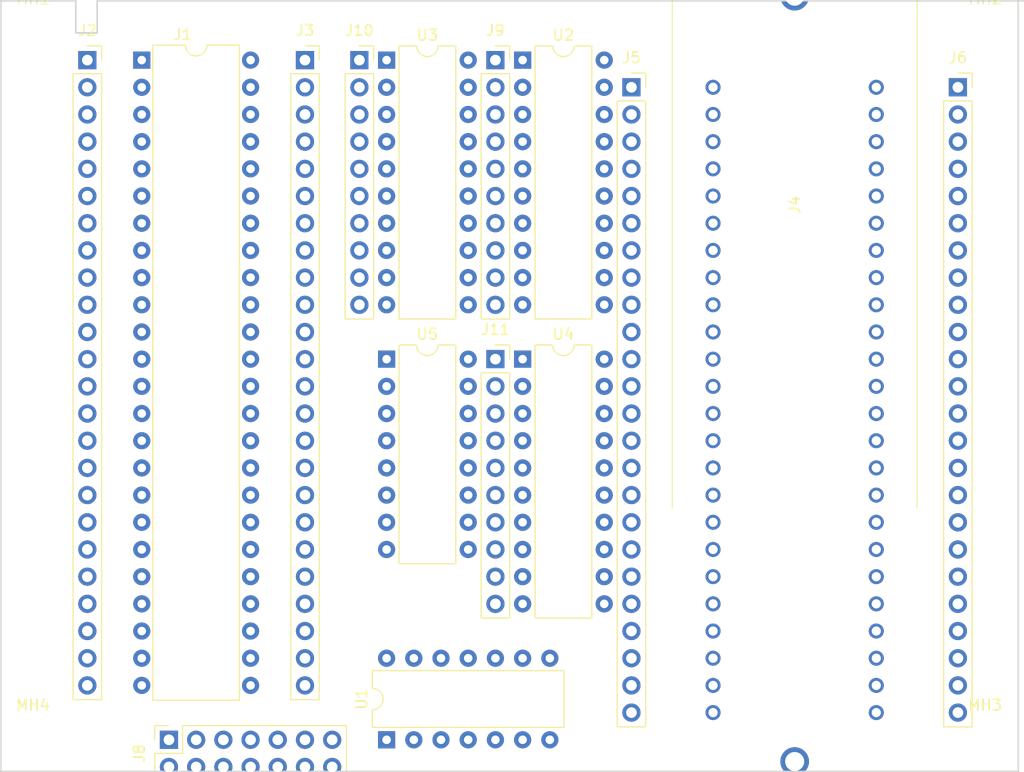
<source format=kicad_pcb>
(kicad_pcb (version 20171130) (host pcbnew 5.1.5+dfsg1-2build2)

  (general
    (thickness 1.6)
    (drawings 8)
    (tracks 0)
    (zones 0)
    (modules 25)
    (nets 141)
  )

  (page A4)
  (layers
    (0 F.Cu signal hide)
    (31 B.Cu signal)
    (32 B.Adhes user)
    (33 F.Adhes user)
    (34 B.Paste user)
    (35 F.Paste user)
    (36 B.SilkS user)
    (37 F.SilkS user)
    (38 B.Mask user)
    (39 F.Mask user)
    (40 Dwgs.User user)
    (41 Cmts.User user)
    (42 Eco1.User user)
    (43 Eco2.User user)
    (44 Edge.Cuts user)
    (45 Margin user)
    (46 B.CrtYd user)
    (47 F.CrtYd user)
    (48 B.Fab user)
    (49 F.Fab user)
  )

  (setup
    (last_trace_width 0.2)
    (user_trace_width 0.2)
    (user_trace_width 0.4)
    (user_trace_width 0.6)
    (user_trace_width 0.8)
    (user_trace_width 1)
    (user_trace_width 1.2)
    (user_trace_width 1.6)
    (user_trace_width 2)
    (trace_clearance 0.2)
    (zone_clearance 0.35)
    (zone_45_only no)
    (trace_min 0.1524)
    (via_size 0.6)
    (via_drill 0.3)
    (via_min_size 0.5)
    (via_min_drill 0.2)
    (user_via 0.9 0.5)
    (user_via 1.2 0.8)
    (user_via 1.4 0.9)
    (user_via 1.5 1)
    (uvia_size 0.3)
    (uvia_drill 0.1)
    (uvias_allowed no)
    (uvia_min_size 0.2)
    (uvia_min_drill 0.1)
    (edge_width 0.15)
    (segment_width 0.2)
    (pcb_text_width 0.3)
    (pcb_text_size 1.5 1.5)
    (mod_edge_width 0.15)
    (mod_text_size 1 1)
    (mod_text_width 0.15)
    (pad_size 1.524 1.524)
    (pad_drill 0.762)
    (pad_to_mask_clearance 0.051)
    (solder_mask_min_width 0.25)
    (aux_axis_origin 101 70)
    (grid_origin 101 70)
    (visible_elements FFFDFF7F)
    (pcbplotparams
      (layerselection 0x010fc_ffffffff)
      (usegerberextensions false)
      (usegerberattributes false)
      (usegerberadvancedattributes false)
      (creategerberjobfile false)
      (excludeedgelayer true)
      (linewidth 0.100000)
      (plotframeref false)
      (viasonmask false)
      (mode 1)
      (useauxorigin false)
      (hpglpennumber 1)
      (hpglpenspeed 20)
      (hpglpendiameter 15.000000)
      (psnegative false)
      (psa4output false)
      (plotreference true)
      (plotvalue true)
      (plotinvisibletext false)
      (padsonsilk false)
      (subtractmaskfromsilk false)
      (outputformat 1)
      (mirror false)
      (drillshape 1)
      (scaleselection 1)
      (outputdirectory ""))
  )

  (net 0 "")
  (net 1 VCC)
  (net 2 /P56)
  (net 3 /P55)
  (net 4 /P51)
  (net 5 /P57)
  (net 6 /P53)
  (net 7 /P52)
  (net 8 /P15)
  (net 9 /P35)
  (net 10 /P41)
  (net 11 /P40)
  (net 12 /P36)
  (net 13 /P20)
  (net 14 /P17)
  (net 15 /P16)
  (net 16 /P21)
  (net 17 /P37)
  (net 18 /P30)
  (net 19 /P31)
  (net 20 /P32)
  (net 21 /P33)
  (net 22 /P34)
  (net 23 /P42)
  (net 24 /P43)
  (net 25 /P44)
  (net 26 /P45)
  (net 27 /P46)
  (net 28 /P47)
  (net 29 /P54)
  (net 30 /P10)
  (net 31 /P11)
  (net 32 /P12)
  (net 33 /P13)
  (net 34 /P14)
  (net 35 /P22)
  (net 36 /P23)
  (net 37 /P24)
  (net 38 /P25)
  (net 39 /P26)
  (net 40 /P27)
  (net 41 /P50)
  (net 42 /E3)
  (net 43 /E2)
  (net 44 /E0)
  (net 45 /E1)
  (net 46 "Net-(U2-Pad1)")
  (net 47 "Net-(U3-Pad1)")
  (net 48 "Net-(U4-Pad1)")
  (net 49 "Net-(U5-Pad7)")
  (net 50 "Net-(U5-Pad12)")
  (net 51 "Net-(U5-Pad11)")
  (net 52 "Net-(U5-Pad10)")
  (net 53 "Net-(U5-Pad9)")
  (net 54 "Net-(C1-Pad2)")
  (net 55 GND)
  (net 56 "Net-(J4-Pad27)")
  (net 57 "Net-(J4-Pad28)")
  (net 58 "Net-(J4-Pad24)")
  (net 59 "Net-(J4-Pad21)")
  (net 60 "Net-(J4-Pad25)")
  (net 61 "Net-(J4-Pad26)")
  (net 62 "Net-(J4-Pad23)")
  (net 63 "Net-(J4-Pad22)")
  (net 64 "Net-(J4-Pad7)")
  (net 65 "Net-(J4-Pad42)")
  (net 66 "Net-(J4-Pad37)")
  (net 67 "Net-(J4-Pad38)")
  (net 68 "Net-(J4-Pad41)")
  (net 69 "Net-(J4-Pad11)")
  (net 70 "Net-(J4-Pad9)")
  (net 71 "Net-(J4-Pad8)")
  (net 72 "Net-(J4-Pad39)")
  (net 73 "Net-(J4-Pad12)")
  (net 74 "Net-(J4-Pad40)")
  (net 75 "Net-(J4-Pad10)")
  (net 76 "Net-(J4-Pad48)")
  (net 77 "Net-(J4-Pad47)")
  (net 78 "Net-(J4-Pad46)")
  (net 79 "Net-(J4-Pad45)")
  (net 80 "Net-(J4-Pad44)")
  (net 81 "Net-(J4-Pad43)")
  (net 82 "Net-(J4-Pad36)")
  (net 83 "Net-(J4-Pad35)")
  (net 84 "Net-(J4-Pad34)")
  (net 85 "Net-(J4-Pad33)")
  (net 86 "Net-(J4-Pad32)")
  (net 87 "Net-(J4-Pad31)")
  (net 88 "Net-(J4-Pad30)")
  (net 89 "Net-(J4-Pad29)")
  (net 90 "Net-(J4-Pad1)")
  (net 91 "Net-(J4-Pad2)")
  (net 92 "Net-(J4-Pad3)")
  (net 93 "Net-(J4-Pad4)")
  (net 94 "Net-(J4-Pad5)")
  (net 95 "Net-(J4-Pad6)")
  (net 96 "Net-(J4-Pad13)")
  (net 97 "Net-(J4-Pad14)")
  (net 98 "Net-(J4-Pad15)")
  (net 99 "Net-(J4-Pad16)")
  (net 100 "Net-(J4-Pad17)")
  (net 101 "Net-(J4-Pad18)")
  (net 102 "Net-(J4-Pad19)")
  (net 103 "Net-(J4-Pad20)")
  (net 104 "Net-(J7-Pad11)")
  (net 105 "Net-(J7-Pad10)")
  (net 106 "Net-(J7-Pad7)")
  (net 107 "Net-(J7-Pad5)")
  (net 108 "Net-(J7-Pad3)")
  (net 109 "Net-(J7-Pad1)")
  (net 110 "Net-(J8-Pad1)")
  (net 111 "Net-(J9-Pad10)")
  (net 112 "Net-(J9-Pad7)")
  (net 113 "Net-(J9-Pad5)")
  (net 114 "Net-(J9-Pad3)")
  (net 115 "Net-(J9-Pad1)")
  (net 116 "Net-(J10-Pad10)")
  (net 117 "Net-(J10-Pad7)")
  (net 118 "Net-(J10-Pad5)")
  (net 119 "Net-(J10-Pad3)")
  (net 120 "Net-(J10-Pad1)")
  (net 121 "Net-(J11-Pad10)")
  (net 122 "Net-(J11-Pad7)")
  (net 123 "Net-(J11-Pad5)")
  (net 124 "Net-(J11-Pad3)")
  (net 125 "Net-(J11-Pad1)")
  (net 126 "Net-(J9-Pad9)")
  (net 127 "Net-(J9-Pad8)")
  (net 128 "Net-(J9-Pad6)")
  (net 129 "Net-(J9-Pad4)")
  (net 130 "Net-(J9-Pad2)")
  (net 131 "Net-(J10-Pad9)")
  (net 132 "Net-(J10-Pad8)")
  (net 133 "Net-(J10-Pad6)")
  (net 134 "Net-(J10-Pad4)")
  (net 135 "Net-(J10-Pad2)")
  (net 136 "Net-(J11-Pad9)")
  (net 137 "Net-(J11-Pad8)")
  (net 138 "Net-(J11-Pad6)")
  (net 139 "Net-(J11-Pad4)")
  (net 140 "Net-(J11-Pad2)")

  (net_class Default "This is the default net class."
    (clearance 0.2)
    (trace_width 0.2)
    (via_dia 0.6)
    (via_drill 0.3)
    (uvia_dia 0.3)
    (uvia_drill 0.1)
    (diff_pair_width 0.2)
    (diff_pair_gap 0.2)
    (add_net /E0)
    (add_net /E1)
    (add_net /E2)
    (add_net /E3)
    (add_net /P10)
    (add_net /P11)
    (add_net /P12)
    (add_net /P13)
    (add_net /P14)
    (add_net /P15)
    (add_net /P16)
    (add_net /P17)
    (add_net /P20)
    (add_net /P21)
    (add_net /P22)
    (add_net /P23)
    (add_net /P24)
    (add_net /P25)
    (add_net /P26)
    (add_net /P27)
    (add_net /P30)
    (add_net /P31)
    (add_net /P32)
    (add_net /P33)
    (add_net /P34)
    (add_net /P35)
    (add_net /P36)
    (add_net /P37)
    (add_net /P40)
    (add_net /P41)
    (add_net /P42)
    (add_net /P43)
    (add_net /P44)
    (add_net /P45)
    (add_net /P46)
    (add_net /P47)
    (add_net /P50)
    (add_net /P51)
    (add_net /P52)
    (add_net /P53)
    (add_net /P54)
    (add_net /P55)
    (add_net /P56)
    (add_net /P57)
    (add_net GND)
    (add_net "Net-(C1-Pad2)")
    (add_net "Net-(J10-Pad1)")
    (add_net "Net-(J10-Pad10)")
    (add_net "Net-(J10-Pad2)")
    (add_net "Net-(J10-Pad3)")
    (add_net "Net-(J10-Pad4)")
    (add_net "Net-(J10-Pad5)")
    (add_net "Net-(J10-Pad6)")
    (add_net "Net-(J10-Pad7)")
    (add_net "Net-(J10-Pad8)")
    (add_net "Net-(J10-Pad9)")
    (add_net "Net-(J11-Pad1)")
    (add_net "Net-(J11-Pad10)")
    (add_net "Net-(J11-Pad2)")
    (add_net "Net-(J11-Pad3)")
    (add_net "Net-(J11-Pad4)")
    (add_net "Net-(J11-Pad5)")
    (add_net "Net-(J11-Pad6)")
    (add_net "Net-(J11-Pad7)")
    (add_net "Net-(J11-Pad8)")
    (add_net "Net-(J11-Pad9)")
    (add_net "Net-(J4-Pad1)")
    (add_net "Net-(J4-Pad10)")
    (add_net "Net-(J4-Pad11)")
    (add_net "Net-(J4-Pad12)")
    (add_net "Net-(J4-Pad13)")
    (add_net "Net-(J4-Pad14)")
    (add_net "Net-(J4-Pad15)")
    (add_net "Net-(J4-Pad16)")
    (add_net "Net-(J4-Pad17)")
    (add_net "Net-(J4-Pad18)")
    (add_net "Net-(J4-Pad19)")
    (add_net "Net-(J4-Pad2)")
    (add_net "Net-(J4-Pad20)")
    (add_net "Net-(J4-Pad21)")
    (add_net "Net-(J4-Pad22)")
    (add_net "Net-(J4-Pad23)")
    (add_net "Net-(J4-Pad24)")
    (add_net "Net-(J4-Pad25)")
    (add_net "Net-(J4-Pad26)")
    (add_net "Net-(J4-Pad27)")
    (add_net "Net-(J4-Pad28)")
    (add_net "Net-(J4-Pad29)")
    (add_net "Net-(J4-Pad3)")
    (add_net "Net-(J4-Pad30)")
    (add_net "Net-(J4-Pad31)")
    (add_net "Net-(J4-Pad32)")
    (add_net "Net-(J4-Pad33)")
    (add_net "Net-(J4-Pad34)")
    (add_net "Net-(J4-Pad35)")
    (add_net "Net-(J4-Pad36)")
    (add_net "Net-(J4-Pad37)")
    (add_net "Net-(J4-Pad38)")
    (add_net "Net-(J4-Pad39)")
    (add_net "Net-(J4-Pad4)")
    (add_net "Net-(J4-Pad40)")
    (add_net "Net-(J4-Pad41)")
    (add_net "Net-(J4-Pad42)")
    (add_net "Net-(J4-Pad43)")
    (add_net "Net-(J4-Pad44)")
    (add_net "Net-(J4-Pad45)")
    (add_net "Net-(J4-Pad46)")
    (add_net "Net-(J4-Pad47)")
    (add_net "Net-(J4-Pad48)")
    (add_net "Net-(J4-Pad5)")
    (add_net "Net-(J4-Pad6)")
    (add_net "Net-(J4-Pad7)")
    (add_net "Net-(J4-Pad8)")
    (add_net "Net-(J4-Pad9)")
    (add_net "Net-(J7-Pad1)")
    (add_net "Net-(J7-Pad10)")
    (add_net "Net-(J7-Pad11)")
    (add_net "Net-(J7-Pad3)")
    (add_net "Net-(J7-Pad5)")
    (add_net "Net-(J7-Pad7)")
    (add_net "Net-(J8-Pad1)")
    (add_net "Net-(J9-Pad1)")
    (add_net "Net-(J9-Pad10)")
    (add_net "Net-(J9-Pad2)")
    (add_net "Net-(J9-Pad3)")
    (add_net "Net-(J9-Pad4)")
    (add_net "Net-(J9-Pad5)")
    (add_net "Net-(J9-Pad6)")
    (add_net "Net-(J9-Pad7)")
    (add_net "Net-(J9-Pad8)")
    (add_net "Net-(J9-Pad9)")
    (add_net "Net-(U2-Pad1)")
    (add_net "Net-(U3-Pad1)")
    (add_net "Net-(U4-Pad1)")
    (add_net "Net-(U5-Pad10)")
    (add_net "Net-(U5-Pad11)")
    (add_net "Net-(U5-Pad12)")
    (add_net "Net-(U5-Pad7)")
    (add_net "Net-(U5-Pad9)")
    (add_net VCC)
  )

  (module Connector_PinSocket_2.54mm:PinSocket_1x24_P2.54mm_Vertical (layer F.Cu) (tedit 5A19A427) (tstamp 61853AD0)
    (at 187.36 75.08)
    (descr "Through hole straight socket strip, 1x24, 2.54mm pitch, single row (from Kicad 4.0.7), script generated")
    (tags "Through hole socket strip THT 1x24 2.54mm single row")
    (path /6D191D20)
    (fp_text reference J6 (at 0 -2.77) (layer F.SilkS)
      (effects (font (size 1 1) (thickness 0.15)))
    )
    (fp_text value Conn_01x24 (at 0 61.19) (layer F.Fab)
      (effects (font (size 1 1) (thickness 0.15)))
    )
    (fp_text user %R (at 0 29.21 90) (layer F.Fab)
      (effects (font (size 1 1) (thickness 0.15)))
    )
    (fp_line (start -1.8 60.2) (end -1.8 -1.8) (layer F.CrtYd) (width 0.05))
    (fp_line (start 1.75 60.2) (end -1.8 60.2) (layer F.CrtYd) (width 0.05))
    (fp_line (start 1.75 -1.8) (end 1.75 60.2) (layer F.CrtYd) (width 0.05))
    (fp_line (start -1.8 -1.8) (end 1.75 -1.8) (layer F.CrtYd) (width 0.05))
    (fp_line (start 0 -1.33) (end 1.33 -1.33) (layer F.SilkS) (width 0.12))
    (fp_line (start 1.33 -1.33) (end 1.33 0) (layer F.SilkS) (width 0.12))
    (fp_line (start 1.33 1.27) (end 1.33 59.75) (layer F.SilkS) (width 0.12))
    (fp_line (start -1.33 59.75) (end 1.33 59.75) (layer F.SilkS) (width 0.12))
    (fp_line (start -1.33 1.27) (end -1.33 59.75) (layer F.SilkS) (width 0.12))
    (fp_line (start -1.33 1.27) (end 1.33 1.27) (layer F.SilkS) (width 0.12))
    (fp_line (start -1.27 59.69) (end -1.27 -1.27) (layer F.Fab) (width 0.1))
    (fp_line (start 1.27 59.69) (end -1.27 59.69) (layer F.Fab) (width 0.1))
    (fp_line (start 1.27 -0.635) (end 1.27 59.69) (layer F.Fab) (width 0.1))
    (fp_line (start 0.635 -1.27) (end 1.27 -0.635) (layer F.Fab) (width 0.1))
    (fp_line (start -1.27 -1.27) (end 0.635 -1.27) (layer F.Fab) (width 0.1))
    (pad 24 thru_hole oval (at 0 58.42) (size 1.7 1.7) (drill 1) (layers *.Cu *.Mask)
      (net 60 "Net-(J4-Pad25)"))
    (pad 23 thru_hole oval (at 0 55.88) (size 1.7 1.7) (drill 1) (layers *.Cu *.Mask)
      (net 61 "Net-(J4-Pad26)"))
    (pad 22 thru_hole oval (at 0 53.34) (size 1.7 1.7) (drill 1) (layers *.Cu *.Mask)
      (net 56 "Net-(J4-Pad27)"))
    (pad 21 thru_hole oval (at 0 50.8) (size 1.7 1.7) (drill 1) (layers *.Cu *.Mask)
      (net 57 "Net-(J4-Pad28)"))
    (pad 20 thru_hole oval (at 0 48.26) (size 1.7 1.7) (drill 1) (layers *.Cu *.Mask)
      (net 89 "Net-(J4-Pad29)"))
    (pad 19 thru_hole oval (at 0 45.72) (size 1.7 1.7) (drill 1) (layers *.Cu *.Mask)
      (net 88 "Net-(J4-Pad30)"))
    (pad 18 thru_hole oval (at 0 43.18) (size 1.7 1.7) (drill 1) (layers *.Cu *.Mask)
      (net 87 "Net-(J4-Pad31)"))
    (pad 17 thru_hole oval (at 0 40.64) (size 1.7 1.7) (drill 1) (layers *.Cu *.Mask)
      (net 86 "Net-(J4-Pad32)"))
    (pad 16 thru_hole oval (at 0 38.1) (size 1.7 1.7) (drill 1) (layers *.Cu *.Mask)
      (net 85 "Net-(J4-Pad33)"))
    (pad 15 thru_hole oval (at 0 35.56) (size 1.7 1.7) (drill 1) (layers *.Cu *.Mask)
      (net 84 "Net-(J4-Pad34)"))
    (pad 14 thru_hole oval (at 0 33.02) (size 1.7 1.7) (drill 1) (layers *.Cu *.Mask)
      (net 83 "Net-(J4-Pad35)"))
    (pad 13 thru_hole oval (at 0 30.48) (size 1.7 1.7) (drill 1) (layers *.Cu *.Mask)
      (net 82 "Net-(J4-Pad36)"))
    (pad 12 thru_hole oval (at 0 27.94) (size 1.7 1.7) (drill 1) (layers *.Cu *.Mask)
      (net 66 "Net-(J4-Pad37)"))
    (pad 11 thru_hole oval (at 0 25.4) (size 1.7 1.7) (drill 1) (layers *.Cu *.Mask)
      (net 67 "Net-(J4-Pad38)"))
    (pad 10 thru_hole oval (at 0 22.86) (size 1.7 1.7) (drill 1) (layers *.Cu *.Mask)
      (net 72 "Net-(J4-Pad39)"))
    (pad 9 thru_hole oval (at 0 20.32) (size 1.7 1.7) (drill 1) (layers *.Cu *.Mask)
      (net 74 "Net-(J4-Pad40)"))
    (pad 8 thru_hole oval (at 0 17.78) (size 1.7 1.7) (drill 1) (layers *.Cu *.Mask)
      (net 68 "Net-(J4-Pad41)"))
    (pad 7 thru_hole oval (at 0 15.24) (size 1.7 1.7) (drill 1) (layers *.Cu *.Mask)
      (net 65 "Net-(J4-Pad42)"))
    (pad 6 thru_hole oval (at 0 12.7) (size 1.7 1.7) (drill 1) (layers *.Cu *.Mask)
      (net 81 "Net-(J4-Pad43)"))
    (pad 5 thru_hole oval (at 0 10.16) (size 1.7 1.7) (drill 1) (layers *.Cu *.Mask)
      (net 80 "Net-(J4-Pad44)"))
    (pad 4 thru_hole oval (at 0 7.62) (size 1.7 1.7) (drill 1) (layers *.Cu *.Mask)
      (net 79 "Net-(J4-Pad45)"))
    (pad 3 thru_hole oval (at 0 5.08) (size 1.7 1.7) (drill 1) (layers *.Cu *.Mask)
      (net 78 "Net-(J4-Pad46)"))
    (pad 2 thru_hole oval (at 0 2.54) (size 1.7 1.7) (drill 1) (layers *.Cu *.Mask)
      (net 77 "Net-(J4-Pad47)"))
    (pad 1 thru_hole rect (at 0 0) (size 1.7 1.7) (drill 1) (layers *.Cu *.Mask)
      (net 76 "Net-(J4-Pad48)"))
    (model ${KISYS3DMOD}/Connector_PinSocket_2.54mm.3dshapes/PinSocket_1x24_P2.54mm_Vertical.wrl
      (at (xyz 0 0 0))
      (scale (xyz 1 1 1))
      (rotate (xyz 0 0 0))
    )
  )

  (module Connector_PinSocket_2.54mm:PinSocket_1x24_P2.54mm_Vertical (layer F.Cu) (tedit 5A19A427) (tstamp 61853AA4)
    (at 156.88 75.08)
    (descr "Through hole straight socket strip, 1x24, 2.54mm pitch, single row (from Kicad 4.0.7), script generated")
    (tags "Through hole socket strip THT 1x24 2.54mm single row")
    (path /6D192F43)
    (fp_text reference J5 (at 0 -2.77) (layer F.SilkS)
      (effects (font (size 1 1) (thickness 0.15)))
    )
    (fp_text value Conn_01x24 (at 0 61.19) (layer F.Fab)
      (effects (font (size 1 1) (thickness 0.15)))
    )
    (fp_text user %R (at 0 29.21 90) (layer F.Fab)
      (effects (font (size 1 1) (thickness 0.15)))
    )
    (fp_line (start -1.8 60.2) (end -1.8 -1.8) (layer F.CrtYd) (width 0.05))
    (fp_line (start 1.75 60.2) (end -1.8 60.2) (layer F.CrtYd) (width 0.05))
    (fp_line (start 1.75 -1.8) (end 1.75 60.2) (layer F.CrtYd) (width 0.05))
    (fp_line (start -1.8 -1.8) (end 1.75 -1.8) (layer F.CrtYd) (width 0.05))
    (fp_line (start 0 -1.33) (end 1.33 -1.33) (layer F.SilkS) (width 0.12))
    (fp_line (start 1.33 -1.33) (end 1.33 0) (layer F.SilkS) (width 0.12))
    (fp_line (start 1.33 1.27) (end 1.33 59.75) (layer F.SilkS) (width 0.12))
    (fp_line (start -1.33 59.75) (end 1.33 59.75) (layer F.SilkS) (width 0.12))
    (fp_line (start -1.33 1.27) (end -1.33 59.75) (layer F.SilkS) (width 0.12))
    (fp_line (start -1.33 1.27) (end 1.33 1.27) (layer F.SilkS) (width 0.12))
    (fp_line (start -1.27 59.69) (end -1.27 -1.27) (layer F.Fab) (width 0.1))
    (fp_line (start 1.27 59.69) (end -1.27 59.69) (layer F.Fab) (width 0.1))
    (fp_line (start 1.27 -0.635) (end 1.27 59.69) (layer F.Fab) (width 0.1))
    (fp_line (start 0.635 -1.27) (end 1.27 -0.635) (layer F.Fab) (width 0.1))
    (fp_line (start -1.27 -1.27) (end 0.635 -1.27) (layer F.Fab) (width 0.1))
    (pad 24 thru_hole oval (at 0 58.42) (size 1.7 1.7) (drill 1) (layers *.Cu *.Mask)
      (net 58 "Net-(J4-Pad24)"))
    (pad 23 thru_hole oval (at 0 55.88) (size 1.7 1.7) (drill 1) (layers *.Cu *.Mask)
      (net 62 "Net-(J4-Pad23)"))
    (pad 22 thru_hole oval (at 0 53.34) (size 1.7 1.7) (drill 1) (layers *.Cu *.Mask)
      (net 63 "Net-(J4-Pad22)"))
    (pad 21 thru_hole oval (at 0 50.8) (size 1.7 1.7) (drill 1) (layers *.Cu *.Mask)
      (net 59 "Net-(J4-Pad21)"))
    (pad 20 thru_hole oval (at 0 48.26) (size 1.7 1.7) (drill 1) (layers *.Cu *.Mask)
      (net 103 "Net-(J4-Pad20)"))
    (pad 19 thru_hole oval (at 0 45.72) (size 1.7 1.7) (drill 1) (layers *.Cu *.Mask)
      (net 102 "Net-(J4-Pad19)"))
    (pad 18 thru_hole oval (at 0 43.18) (size 1.7 1.7) (drill 1) (layers *.Cu *.Mask)
      (net 101 "Net-(J4-Pad18)"))
    (pad 17 thru_hole oval (at 0 40.64) (size 1.7 1.7) (drill 1) (layers *.Cu *.Mask)
      (net 100 "Net-(J4-Pad17)"))
    (pad 16 thru_hole oval (at 0 38.1) (size 1.7 1.7) (drill 1) (layers *.Cu *.Mask)
      (net 99 "Net-(J4-Pad16)"))
    (pad 15 thru_hole oval (at 0 35.56) (size 1.7 1.7) (drill 1) (layers *.Cu *.Mask)
      (net 98 "Net-(J4-Pad15)"))
    (pad 14 thru_hole oval (at 0 33.02) (size 1.7 1.7) (drill 1) (layers *.Cu *.Mask)
      (net 97 "Net-(J4-Pad14)"))
    (pad 13 thru_hole oval (at 0 30.48) (size 1.7 1.7) (drill 1) (layers *.Cu *.Mask)
      (net 96 "Net-(J4-Pad13)"))
    (pad 12 thru_hole oval (at 0 27.94) (size 1.7 1.7) (drill 1) (layers *.Cu *.Mask)
      (net 73 "Net-(J4-Pad12)"))
    (pad 11 thru_hole oval (at 0 25.4) (size 1.7 1.7) (drill 1) (layers *.Cu *.Mask)
      (net 69 "Net-(J4-Pad11)"))
    (pad 10 thru_hole oval (at 0 22.86) (size 1.7 1.7) (drill 1) (layers *.Cu *.Mask)
      (net 75 "Net-(J4-Pad10)"))
    (pad 9 thru_hole oval (at 0 20.32) (size 1.7 1.7) (drill 1) (layers *.Cu *.Mask)
      (net 70 "Net-(J4-Pad9)"))
    (pad 8 thru_hole oval (at 0 17.78) (size 1.7 1.7) (drill 1) (layers *.Cu *.Mask)
      (net 71 "Net-(J4-Pad8)"))
    (pad 7 thru_hole oval (at 0 15.24) (size 1.7 1.7) (drill 1) (layers *.Cu *.Mask)
      (net 64 "Net-(J4-Pad7)"))
    (pad 6 thru_hole oval (at 0 12.7) (size 1.7 1.7) (drill 1) (layers *.Cu *.Mask)
      (net 95 "Net-(J4-Pad6)"))
    (pad 5 thru_hole oval (at 0 10.16) (size 1.7 1.7) (drill 1) (layers *.Cu *.Mask)
      (net 94 "Net-(J4-Pad5)"))
    (pad 4 thru_hole oval (at 0 7.62) (size 1.7 1.7) (drill 1) (layers *.Cu *.Mask)
      (net 93 "Net-(J4-Pad4)"))
    (pad 3 thru_hole oval (at 0 5.08) (size 1.7 1.7) (drill 1) (layers *.Cu *.Mask)
      (net 92 "Net-(J4-Pad3)"))
    (pad 2 thru_hole oval (at 0 2.54) (size 1.7 1.7) (drill 1) (layers *.Cu *.Mask)
      (net 91 "Net-(J4-Pad2)"))
    (pad 1 thru_hole rect (at 0 0) (size 1.7 1.7) (drill 1) (layers *.Cu *.Mask)
      (net 90 "Net-(J4-Pad1)"))
    (model ${KISYS3DMOD}/Connector_PinSocket_2.54mm.3dshapes/PinSocket_1x24_P2.54mm_Vertical.wrl
      (at (xyz 0 0 0))
      (scale (xyz 1 1 1))
      (rotate (xyz 0 0 0))
    )
  )

  (module Connector_PinSocket_2.54mm:PinSocket_1x10_P2.54mm_Vertical (layer F.Cu) (tedit 5A19A425) (tstamp 6185254C)
    (at 144.18 100.48)
    (descr "Through hole straight socket strip, 1x10, 2.54mm pitch, single row (from Kicad 4.0.7), script generated")
    (tags "Through hole socket strip THT 1x10 2.54mm single row")
    (path /6D07780E)
    (fp_text reference J11 (at 0 -2.77) (layer F.SilkS)
      (effects (font (size 1 1) (thickness 0.15)))
    )
    (fp_text value Conn_01x10 (at 0 25.63) (layer F.Fab)
      (effects (font (size 1 1) (thickness 0.15)))
    )
    (fp_text user %R (at 0 11.43 90) (layer F.Fab)
      (effects (font (size 1 1) (thickness 0.15)))
    )
    (fp_line (start -1.8 24.6) (end -1.8 -1.8) (layer F.CrtYd) (width 0.05))
    (fp_line (start 1.75 24.6) (end -1.8 24.6) (layer F.CrtYd) (width 0.05))
    (fp_line (start 1.75 -1.8) (end 1.75 24.6) (layer F.CrtYd) (width 0.05))
    (fp_line (start -1.8 -1.8) (end 1.75 -1.8) (layer F.CrtYd) (width 0.05))
    (fp_line (start 0 -1.33) (end 1.33 -1.33) (layer F.SilkS) (width 0.12))
    (fp_line (start 1.33 -1.33) (end 1.33 0) (layer F.SilkS) (width 0.12))
    (fp_line (start 1.33 1.27) (end 1.33 24.19) (layer F.SilkS) (width 0.12))
    (fp_line (start -1.33 24.19) (end 1.33 24.19) (layer F.SilkS) (width 0.12))
    (fp_line (start -1.33 1.27) (end -1.33 24.19) (layer F.SilkS) (width 0.12))
    (fp_line (start -1.33 1.27) (end 1.33 1.27) (layer F.SilkS) (width 0.12))
    (fp_line (start -1.27 24.13) (end -1.27 -1.27) (layer F.Fab) (width 0.1))
    (fp_line (start 1.27 24.13) (end -1.27 24.13) (layer F.Fab) (width 0.1))
    (fp_line (start 1.27 -0.635) (end 1.27 24.13) (layer F.Fab) (width 0.1))
    (fp_line (start 0.635 -1.27) (end 1.27 -0.635) (layer F.Fab) (width 0.1))
    (fp_line (start -1.27 -1.27) (end 0.635 -1.27) (layer F.Fab) (width 0.1))
    (pad 10 thru_hole oval (at 0 22.86) (size 1.7 1.7) (drill 1) (layers *.Cu *.Mask)
      (net 121 "Net-(J11-Pad10)"))
    (pad 9 thru_hole oval (at 0 20.32) (size 1.7 1.7) (drill 1) (layers *.Cu *.Mask)
      (net 136 "Net-(J11-Pad9)"))
    (pad 8 thru_hole oval (at 0 17.78) (size 1.7 1.7) (drill 1) (layers *.Cu *.Mask)
      (net 137 "Net-(J11-Pad8)"))
    (pad 7 thru_hole oval (at 0 15.24) (size 1.7 1.7) (drill 1) (layers *.Cu *.Mask)
      (net 122 "Net-(J11-Pad7)"))
    (pad 6 thru_hole oval (at 0 12.7) (size 1.7 1.7) (drill 1) (layers *.Cu *.Mask)
      (net 138 "Net-(J11-Pad6)"))
    (pad 5 thru_hole oval (at 0 10.16) (size 1.7 1.7) (drill 1) (layers *.Cu *.Mask)
      (net 123 "Net-(J11-Pad5)"))
    (pad 4 thru_hole oval (at 0 7.62) (size 1.7 1.7) (drill 1) (layers *.Cu *.Mask)
      (net 139 "Net-(J11-Pad4)"))
    (pad 3 thru_hole oval (at 0 5.08) (size 1.7 1.7) (drill 1) (layers *.Cu *.Mask)
      (net 124 "Net-(J11-Pad3)"))
    (pad 2 thru_hole oval (at 0 2.54) (size 1.7 1.7) (drill 1) (layers *.Cu *.Mask)
      (net 140 "Net-(J11-Pad2)"))
    (pad 1 thru_hole rect (at 0 0) (size 1.7 1.7) (drill 1) (layers *.Cu *.Mask)
      (net 125 "Net-(J11-Pad1)"))
    (model ${KISYS3DMOD}/Connector_PinSocket_2.54mm.3dshapes/PinSocket_1x10_P2.54mm_Vertical.wrl
      (at (xyz 0 0 0))
      (scale (xyz 1 1 1))
      (rotate (xyz 0 0 0))
    )
  )

  (module Connector_PinSocket_2.54mm:PinSocket_1x10_P2.54mm_Vertical (layer F.Cu) (tedit 5A19A425) (tstamp 61854B97)
    (at 131.48 72.54)
    (descr "Through hole straight socket strip, 1x10, 2.54mm pitch, single row (from Kicad 4.0.7), script generated")
    (tags "Through hole socket strip THT 1x10 2.54mm single row")
    (path /6D07B50A)
    (fp_text reference J10 (at 0 -2.77) (layer F.SilkS)
      (effects (font (size 1 1) (thickness 0.15)))
    )
    (fp_text value Conn_01x10 (at 0 25.63) (layer F.Fab)
      (effects (font (size 1 1) (thickness 0.15)))
    )
    (fp_text user %R (at 0 11.43 90) (layer F.Fab)
      (effects (font (size 1 1) (thickness 0.15)))
    )
    (fp_line (start -1.8 24.6) (end -1.8 -1.8) (layer F.CrtYd) (width 0.05))
    (fp_line (start 1.75 24.6) (end -1.8 24.6) (layer F.CrtYd) (width 0.05))
    (fp_line (start 1.75 -1.8) (end 1.75 24.6) (layer F.CrtYd) (width 0.05))
    (fp_line (start -1.8 -1.8) (end 1.75 -1.8) (layer F.CrtYd) (width 0.05))
    (fp_line (start 0 -1.33) (end 1.33 -1.33) (layer F.SilkS) (width 0.12))
    (fp_line (start 1.33 -1.33) (end 1.33 0) (layer F.SilkS) (width 0.12))
    (fp_line (start 1.33 1.27) (end 1.33 24.19) (layer F.SilkS) (width 0.12))
    (fp_line (start -1.33 24.19) (end 1.33 24.19) (layer F.SilkS) (width 0.12))
    (fp_line (start -1.33 1.27) (end -1.33 24.19) (layer F.SilkS) (width 0.12))
    (fp_line (start -1.33 1.27) (end 1.33 1.27) (layer F.SilkS) (width 0.12))
    (fp_line (start -1.27 24.13) (end -1.27 -1.27) (layer F.Fab) (width 0.1))
    (fp_line (start 1.27 24.13) (end -1.27 24.13) (layer F.Fab) (width 0.1))
    (fp_line (start 1.27 -0.635) (end 1.27 24.13) (layer F.Fab) (width 0.1))
    (fp_line (start 0.635 -1.27) (end 1.27 -0.635) (layer F.Fab) (width 0.1))
    (fp_line (start -1.27 -1.27) (end 0.635 -1.27) (layer F.Fab) (width 0.1))
    (pad 10 thru_hole oval (at 0 22.86) (size 1.7 1.7) (drill 1) (layers *.Cu *.Mask)
      (net 116 "Net-(J10-Pad10)"))
    (pad 9 thru_hole oval (at 0 20.32) (size 1.7 1.7) (drill 1) (layers *.Cu *.Mask)
      (net 131 "Net-(J10-Pad9)"))
    (pad 8 thru_hole oval (at 0 17.78) (size 1.7 1.7) (drill 1) (layers *.Cu *.Mask)
      (net 132 "Net-(J10-Pad8)"))
    (pad 7 thru_hole oval (at 0 15.24) (size 1.7 1.7) (drill 1) (layers *.Cu *.Mask)
      (net 117 "Net-(J10-Pad7)"))
    (pad 6 thru_hole oval (at 0 12.7) (size 1.7 1.7) (drill 1) (layers *.Cu *.Mask)
      (net 133 "Net-(J10-Pad6)"))
    (pad 5 thru_hole oval (at 0 10.16) (size 1.7 1.7) (drill 1) (layers *.Cu *.Mask)
      (net 118 "Net-(J10-Pad5)"))
    (pad 4 thru_hole oval (at 0 7.62) (size 1.7 1.7) (drill 1) (layers *.Cu *.Mask)
      (net 134 "Net-(J10-Pad4)"))
    (pad 3 thru_hole oval (at 0 5.08) (size 1.7 1.7) (drill 1) (layers *.Cu *.Mask)
      (net 119 "Net-(J10-Pad3)"))
    (pad 2 thru_hole oval (at 0 2.54) (size 1.7 1.7) (drill 1) (layers *.Cu *.Mask)
      (net 135 "Net-(J10-Pad2)"))
    (pad 1 thru_hole rect (at 0 0) (size 1.7 1.7) (drill 1) (layers *.Cu *.Mask)
      (net 120 "Net-(J10-Pad1)"))
    (model ${KISYS3DMOD}/Connector_PinSocket_2.54mm.3dshapes/PinSocket_1x10_P2.54mm_Vertical.wrl
      (at (xyz 0 0 0))
      (scale (xyz 1 1 1))
      (rotate (xyz 0 0 0))
    )
  )

  (module Connector_PinSocket_2.54mm:PinSocket_1x10_P2.54mm_Vertical (layer F.Cu) (tedit 5A19A425) (tstamp 61852510)
    (at 144.18 72.54)
    (descr "Through hole straight socket strip, 1x10, 2.54mm pitch, single row (from Kicad 4.0.7), script generated")
    (tags "Through hole socket strip THT 1x10 2.54mm single row")
    (path /6D07C66E)
    (fp_text reference J9 (at 0 -2.77) (layer F.SilkS)
      (effects (font (size 1 1) (thickness 0.15)))
    )
    (fp_text value Conn_01x10 (at 0 25.63) (layer F.Fab)
      (effects (font (size 1 1) (thickness 0.15)))
    )
    (fp_text user %R (at 0 11.43 90) (layer F.Fab)
      (effects (font (size 1 1) (thickness 0.15)))
    )
    (fp_line (start -1.8 24.6) (end -1.8 -1.8) (layer F.CrtYd) (width 0.05))
    (fp_line (start 1.75 24.6) (end -1.8 24.6) (layer F.CrtYd) (width 0.05))
    (fp_line (start 1.75 -1.8) (end 1.75 24.6) (layer F.CrtYd) (width 0.05))
    (fp_line (start -1.8 -1.8) (end 1.75 -1.8) (layer F.CrtYd) (width 0.05))
    (fp_line (start 0 -1.33) (end 1.33 -1.33) (layer F.SilkS) (width 0.12))
    (fp_line (start 1.33 -1.33) (end 1.33 0) (layer F.SilkS) (width 0.12))
    (fp_line (start 1.33 1.27) (end 1.33 24.19) (layer F.SilkS) (width 0.12))
    (fp_line (start -1.33 24.19) (end 1.33 24.19) (layer F.SilkS) (width 0.12))
    (fp_line (start -1.33 1.27) (end -1.33 24.19) (layer F.SilkS) (width 0.12))
    (fp_line (start -1.33 1.27) (end 1.33 1.27) (layer F.SilkS) (width 0.12))
    (fp_line (start -1.27 24.13) (end -1.27 -1.27) (layer F.Fab) (width 0.1))
    (fp_line (start 1.27 24.13) (end -1.27 24.13) (layer F.Fab) (width 0.1))
    (fp_line (start 1.27 -0.635) (end 1.27 24.13) (layer F.Fab) (width 0.1))
    (fp_line (start 0.635 -1.27) (end 1.27 -0.635) (layer F.Fab) (width 0.1))
    (fp_line (start -1.27 -1.27) (end 0.635 -1.27) (layer F.Fab) (width 0.1))
    (pad 10 thru_hole oval (at 0 22.86) (size 1.7 1.7) (drill 1) (layers *.Cu *.Mask)
      (net 111 "Net-(J9-Pad10)"))
    (pad 9 thru_hole oval (at 0 20.32) (size 1.7 1.7) (drill 1) (layers *.Cu *.Mask)
      (net 126 "Net-(J9-Pad9)"))
    (pad 8 thru_hole oval (at 0 17.78) (size 1.7 1.7) (drill 1) (layers *.Cu *.Mask)
      (net 127 "Net-(J9-Pad8)"))
    (pad 7 thru_hole oval (at 0 15.24) (size 1.7 1.7) (drill 1) (layers *.Cu *.Mask)
      (net 112 "Net-(J9-Pad7)"))
    (pad 6 thru_hole oval (at 0 12.7) (size 1.7 1.7) (drill 1) (layers *.Cu *.Mask)
      (net 128 "Net-(J9-Pad6)"))
    (pad 5 thru_hole oval (at 0 10.16) (size 1.7 1.7) (drill 1) (layers *.Cu *.Mask)
      (net 113 "Net-(J9-Pad5)"))
    (pad 4 thru_hole oval (at 0 7.62) (size 1.7 1.7) (drill 1) (layers *.Cu *.Mask)
      (net 129 "Net-(J9-Pad4)"))
    (pad 3 thru_hole oval (at 0 5.08) (size 1.7 1.7) (drill 1) (layers *.Cu *.Mask)
      (net 114 "Net-(J9-Pad3)"))
    (pad 2 thru_hole oval (at 0 2.54) (size 1.7 1.7) (drill 1) (layers *.Cu *.Mask)
      (net 130 "Net-(J9-Pad2)"))
    (pad 1 thru_hole rect (at 0 0) (size 1.7 1.7) (drill 1) (layers *.Cu *.Mask)
      (net 115 "Net-(J9-Pad1)"))
    (model ${KISYS3DMOD}/Connector_PinSocket_2.54mm.3dshapes/PinSocket_1x10_P2.54mm_Vertical.wrl
      (at (xyz 0 0 0))
      (scale (xyz 1 1 1))
      (rotate (xyz 0 0 0))
    )
  )

  (module Connector_PinSocket_2.54mm:PinSocket_1x24_P2.54mm_Vertical (layer F.Cu) (tedit 5A19A427) (tstamp 618522BE)
    (at 126.4 72.54)
    (descr "Through hole straight socket strip, 1x24, 2.54mm pitch, single row (from Kicad 4.0.7), script generated")
    (tags "Through hole socket strip THT 1x24 2.54mm single row")
    (path /6CEA454C)
    (fp_text reference J3 (at 0 -2.77) (layer F.SilkS)
      (effects (font (size 1 1) (thickness 0.15)))
    )
    (fp_text value Conn_01x24 (at 0 61.19) (layer F.Fab)
      (effects (font (size 1 1) (thickness 0.15)))
    )
    (fp_text user %R (at 0 29.21 90) (layer F.Fab)
      (effects (font (size 1 1) (thickness 0.15)))
    )
    (fp_line (start -1.8 60.2) (end -1.8 -1.8) (layer F.CrtYd) (width 0.05))
    (fp_line (start 1.75 60.2) (end -1.8 60.2) (layer F.CrtYd) (width 0.05))
    (fp_line (start 1.75 -1.8) (end 1.75 60.2) (layer F.CrtYd) (width 0.05))
    (fp_line (start -1.8 -1.8) (end 1.75 -1.8) (layer F.CrtYd) (width 0.05))
    (fp_line (start 0 -1.33) (end 1.33 -1.33) (layer F.SilkS) (width 0.12))
    (fp_line (start 1.33 -1.33) (end 1.33 0) (layer F.SilkS) (width 0.12))
    (fp_line (start 1.33 1.27) (end 1.33 59.75) (layer F.SilkS) (width 0.12))
    (fp_line (start -1.33 59.75) (end 1.33 59.75) (layer F.SilkS) (width 0.12))
    (fp_line (start -1.33 1.27) (end -1.33 59.75) (layer F.SilkS) (width 0.12))
    (fp_line (start -1.33 1.27) (end 1.33 1.27) (layer F.SilkS) (width 0.12))
    (fp_line (start -1.27 59.69) (end -1.27 -1.27) (layer F.Fab) (width 0.1))
    (fp_line (start 1.27 59.69) (end -1.27 59.69) (layer F.Fab) (width 0.1))
    (fp_line (start 1.27 -0.635) (end 1.27 59.69) (layer F.Fab) (width 0.1))
    (fp_line (start 0.635 -1.27) (end 1.27 -0.635) (layer F.Fab) (width 0.1))
    (fp_line (start -1.27 -1.27) (end 0.635 -1.27) (layer F.Fab) (width 0.1))
    (pad 24 thru_hole oval (at 0 58.42) (size 1.7 1.7) (drill 1) (layers *.Cu *.Mask)
      (net 1 VCC))
    (pad 23 thru_hole oval (at 0 55.88) (size 1.7 1.7) (drill 1) (layers *.Cu *.Mask)
      (net 5 /P57))
    (pad 22 thru_hole oval (at 0 53.34) (size 1.7 1.7) (drill 1) (layers *.Cu *.Mask)
      (net 2 /P56))
    (pad 21 thru_hole oval (at 0 50.8) (size 1.7 1.7) (drill 1) (layers *.Cu *.Mask)
      (net 3 /P55))
    (pad 20 thru_hole oval (at 0 48.26) (size 1.7 1.7) (drill 1) (layers *.Cu *.Mask)
      (net 29 /P54))
    (pad 19 thru_hole oval (at 0 45.72) (size 1.7 1.7) (drill 1) (layers *.Cu *.Mask)
      (net 42 /E3))
    (pad 18 thru_hole oval (at 0 43.18) (size 1.7 1.7) (drill 1) (layers *.Cu *.Mask)
      (net 28 /P47))
    (pad 17 thru_hole oval (at 0 40.64) (size 1.7 1.7) (drill 1) (layers *.Cu *.Mask)
      (net 27 /P46))
    (pad 16 thru_hole oval (at 0 38.1) (size 1.7 1.7) (drill 1) (layers *.Cu *.Mask)
      (net 26 /P45))
    (pad 15 thru_hole oval (at 0 35.56) (size 1.7 1.7) (drill 1) (layers *.Cu *.Mask)
      (net 25 /P44))
    (pad 14 thru_hole oval (at 0 33.02) (size 1.7 1.7) (drill 1) (layers *.Cu *.Mask)
      (net 24 /P43))
    (pad 13 thru_hole oval (at 0 30.48) (size 1.7 1.7) (drill 1) (layers *.Cu *.Mask)
      (net 23 /P42))
    (pad 12 thru_hole oval (at 0 27.94) (size 1.7 1.7) (drill 1) (layers *.Cu *.Mask)
      (net 10 /P41))
    (pad 11 thru_hole oval (at 0 25.4) (size 1.7 1.7) (drill 1) (layers *.Cu *.Mask)
      (net 11 /P40))
    (pad 10 thru_hole oval (at 0 22.86) (size 1.7 1.7) (drill 1) (layers *.Cu *.Mask)
      (net 45 /E1))
    (pad 9 thru_hole oval (at 0 20.32) (size 1.7 1.7) (drill 1) (layers *.Cu *.Mask)
      (net 17 /P37))
    (pad 8 thru_hole oval (at 0 17.78) (size 1.7 1.7) (drill 1) (layers *.Cu *.Mask)
      (net 12 /P36))
    (pad 7 thru_hole oval (at 0 15.24) (size 1.7 1.7) (drill 1) (layers *.Cu *.Mask)
      (net 9 /P35))
    (pad 6 thru_hole oval (at 0 12.7) (size 1.7 1.7) (drill 1) (layers *.Cu *.Mask)
      (net 22 /P34))
    (pad 5 thru_hole oval (at 0 10.16) (size 1.7 1.7) (drill 1) (layers *.Cu *.Mask)
      (net 21 /P33))
    (pad 4 thru_hole oval (at 0 7.62) (size 1.7 1.7) (drill 1) (layers *.Cu *.Mask)
      (net 20 /P32))
    (pad 3 thru_hole oval (at 0 5.08) (size 1.7 1.7) (drill 1) (layers *.Cu *.Mask)
      (net 19 /P31))
    (pad 2 thru_hole oval (at 0 2.54) (size 1.7 1.7) (drill 1) (layers *.Cu *.Mask)
      (net 18 /P30))
    (pad 1 thru_hole rect (at 0 0) (size 1.7 1.7) (drill 1) (layers *.Cu *.Mask)
      (net 55 GND))
    (model ${KISYS3DMOD}/Connector_PinSocket_2.54mm.3dshapes/PinSocket_1x24_P2.54mm_Vertical.wrl
      (at (xyz 0 0 0))
      (scale (xyz 1 1 1))
      (rotate (xyz 0 0 0))
    )
  )

  (module Connector_PinSocket_2.54mm:PinSocket_1x24_P2.54mm_Vertical (layer F.Cu) (tedit 5A19A427) (tstamp 618545BB)
    (at 106.08 72.54)
    (descr "Through hole straight socket strip, 1x24, 2.54mm pitch, single row (from Kicad 4.0.7), script generated")
    (tags "Through hole socket strip THT 1x24 2.54mm single row")
    (path /6C8FCA64)
    (fp_text reference J2 (at 0 -2.77) (layer F.SilkS)
      (effects (font (size 1 1) (thickness 0.15)))
    )
    (fp_text value Conn_01x24 (at 0 61.19) (layer F.Fab)
      (effects (font (size 1 1) (thickness 0.15)))
    )
    (fp_text user %R (at 0 29.21 90) (layer F.Fab)
      (effects (font (size 1 1) (thickness 0.15)))
    )
    (fp_line (start -1.8 60.2) (end -1.8 -1.8) (layer F.CrtYd) (width 0.05))
    (fp_line (start 1.75 60.2) (end -1.8 60.2) (layer F.CrtYd) (width 0.05))
    (fp_line (start 1.75 -1.8) (end 1.75 60.2) (layer F.CrtYd) (width 0.05))
    (fp_line (start -1.8 -1.8) (end 1.75 -1.8) (layer F.CrtYd) (width 0.05))
    (fp_line (start 0 -1.33) (end 1.33 -1.33) (layer F.SilkS) (width 0.12))
    (fp_line (start 1.33 -1.33) (end 1.33 0) (layer F.SilkS) (width 0.12))
    (fp_line (start 1.33 1.27) (end 1.33 59.75) (layer F.SilkS) (width 0.12))
    (fp_line (start -1.33 59.75) (end 1.33 59.75) (layer F.SilkS) (width 0.12))
    (fp_line (start -1.33 1.27) (end -1.33 59.75) (layer F.SilkS) (width 0.12))
    (fp_line (start -1.33 1.27) (end 1.33 1.27) (layer F.SilkS) (width 0.12))
    (fp_line (start -1.27 59.69) (end -1.27 -1.27) (layer F.Fab) (width 0.1))
    (fp_line (start 1.27 59.69) (end -1.27 59.69) (layer F.Fab) (width 0.1))
    (fp_line (start 1.27 -0.635) (end 1.27 59.69) (layer F.Fab) (width 0.1))
    (fp_line (start 0.635 -1.27) (end 1.27 -0.635) (layer F.Fab) (width 0.1))
    (fp_line (start -1.27 -1.27) (end 0.635 -1.27) (layer F.Fab) (width 0.1))
    (pad 24 thru_hole oval (at 0 58.42) (size 1.7 1.7) (drill 1) (layers *.Cu *.Mask)
      (net 1 VCC))
    (pad 23 thru_hole oval (at 0 55.88) (size 1.7 1.7) (drill 1) (layers *.Cu *.Mask)
      (net 6 /P53))
    (pad 22 thru_hole oval (at 0 53.34) (size 1.7 1.7) (drill 1) (layers *.Cu *.Mask)
      (net 7 /P52))
    (pad 21 thru_hole oval (at 0 50.8) (size 1.7 1.7) (drill 1) (layers *.Cu *.Mask)
      (net 4 /P51))
    (pad 20 thru_hole oval (at 0 48.26) (size 1.7 1.7) (drill 1) (layers *.Cu *.Mask)
      (net 41 /P50))
    (pad 19 thru_hole oval (at 0 45.72) (size 1.7 1.7) (drill 1) (layers *.Cu *.Mask)
      (net 43 /E2))
    (pad 18 thru_hole oval (at 0 43.18) (size 1.7 1.7) (drill 1) (layers *.Cu *.Mask)
      (net 40 /P27))
    (pad 17 thru_hole oval (at 0 40.64) (size 1.7 1.7) (drill 1) (layers *.Cu *.Mask)
      (net 39 /P26))
    (pad 16 thru_hole oval (at 0 38.1) (size 1.7 1.7) (drill 1) (layers *.Cu *.Mask)
      (net 38 /P25))
    (pad 15 thru_hole oval (at 0 35.56) (size 1.7 1.7) (drill 1) (layers *.Cu *.Mask)
      (net 37 /P24))
    (pad 14 thru_hole oval (at 0 33.02) (size 1.7 1.7) (drill 1) (layers *.Cu *.Mask)
      (net 36 /P23))
    (pad 13 thru_hole oval (at 0 30.48) (size 1.7 1.7) (drill 1) (layers *.Cu *.Mask)
      (net 35 /P22))
    (pad 12 thru_hole oval (at 0 27.94) (size 1.7 1.7) (drill 1) (layers *.Cu *.Mask)
      (net 16 /P21))
    (pad 11 thru_hole oval (at 0 25.4) (size 1.7 1.7) (drill 1) (layers *.Cu *.Mask)
      (net 13 /P20))
    (pad 10 thru_hole oval (at 0 22.86) (size 1.7 1.7) (drill 1) (layers *.Cu *.Mask)
      (net 44 /E0))
    (pad 9 thru_hole oval (at 0 20.32) (size 1.7 1.7) (drill 1) (layers *.Cu *.Mask)
      (net 14 /P17))
    (pad 8 thru_hole oval (at 0 17.78) (size 1.7 1.7) (drill 1) (layers *.Cu *.Mask)
      (net 15 /P16))
    (pad 7 thru_hole oval (at 0 15.24) (size 1.7 1.7) (drill 1) (layers *.Cu *.Mask)
      (net 8 /P15))
    (pad 6 thru_hole oval (at 0 12.7) (size 1.7 1.7) (drill 1) (layers *.Cu *.Mask)
      (net 34 /P14))
    (pad 5 thru_hole oval (at 0 10.16) (size 1.7 1.7) (drill 1) (layers *.Cu *.Mask)
      (net 33 /P13))
    (pad 4 thru_hole oval (at 0 7.62) (size 1.7 1.7) (drill 1) (layers *.Cu *.Mask)
      (net 32 /P12))
    (pad 3 thru_hole oval (at 0 5.08) (size 1.7 1.7) (drill 1) (layers *.Cu *.Mask)
      (net 31 /P11))
    (pad 2 thru_hole oval (at 0 2.54) (size 1.7 1.7) (drill 1) (layers *.Cu *.Mask)
      (net 30 /P10))
    (pad 1 thru_hole rect (at 0 0) (size 1.7 1.7) (drill 1) (layers *.Cu *.Mask)
      (net 55 GND))
    (model ${KISYS3DMOD}/Connector_PinSocket_2.54mm.3dshapes/PinSocket_1x24_P2.54mm_Vertical.wrl
      (at (xyz 0 0 0))
      (scale (xyz 1 1 1))
      (rotate (xyz 0 0 0))
    )
  )

  (module 0-LocalLibrary:DIP-48_W10.16mm (layer F.Cu) (tedit 6184E996) (tstamp 61852EC5)
    (at 111.16 72.54)
    (descr "48-lead dip package, row spacing 7.62 mm (300 mils)")
    (tags "DIL DIP PDIP 2.54mm 7.62mm 300mil")
    (path /6278A39E)
    (fp_text reference J1 (at 3.81 -2.39) (layer F.SilkS)
      (effects (font (size 1 1) (thickness 0.15)))
    )
    (fp_text value BionicConnector (at 5.08 60.96) (layer F.Fab)
      (effects (font (size 1 1) (thickness 0.15)))
    )
    (fp_line (start 11.22 60.02) (end 11.22 18.72) (layer F.CrtYd) (width 0.05))
    (fp_line (start 9.905 59.69) (end 0.255 59.69) (layer F.Fab) (width 0.1))
    (fp_line (start 0.255 59.69) (end 0.255 20.05) (layer F.Fab) (width 0.1))
    (fp_line (start -1.1 60.02) (end 11.22 60.02) (layer F.CrtYd) (width 0.05))
    (fp_line (start -1.1 18.72) (end -1.1 60.02) (layer F.CrtYd) (width 0.05))
    (fp_line (start 9.12 59.81) (end 9.12 18.93) (layer F.SilkS) (width 0.12))
    (fp_line (start 1.04 59.81) (end 9.12 59.81) (layer F.SilkS) (width 0.12))
    (fp_line (start 1.04 18.93) (end 1.04 59.81) (layer F.SilkS) (width 0.12))
    (fp_line (start 9.905 19.05) (end 9.905 59.69) (layer F.Fab) (width 0.1))
    (fp_arc (start 5.08 -1.39) (end 4.08 -1.39) (angle -180) (layer F.SilkS) (width 0.12))
    (fp_line (start 11.22 -1.6) (end -1.1 -1.6) (layer F.CrtYd) (width 0.05))
    (fp_line (start 11.22 39.7) (end 11.22 -1.6) (layer F.CrtYd) (width 0.05))
    (fp_line (start -1.1 -1.6) (end -1.1 39.7) (layer F.CrtYd) (width 0.05))
    (fp_line (start 9.12 -1.39) (end 6.08 -1.39) (layer F.SilkS) (width 0.12))
    (fp_line (start 9.12 39.49) (end 9.12 -1.39) (layer F.SilkS) (width 0.12))
    (fp_line (start 1.04 -1.39) (end 1.04 39.49) (layer F.SilkS) (width 0.12))
    (fp_line (start 4.08 -1.39) (end 1.04 -1.39) (layer F.SilkS) (width 0.12))
    (fp_line (start 0.255 -0.27) (end 1.255 -1.27) (layer F.Fab) (width 0.1))
    (fp_line (start 0.255 39.37) (end 0.255 -0.27) (layer F.Fab) (width 0.1))
    (fp_line (start 9.905 -1.27) (end 9.905 39.37) (layer F.Fab) (width 0.1))
    (fp_line (start 1.255 -1.27) (end 9.905 -1.27) (layer F.Fab) (width 0.1))
    (fp_text user %R (at 3.81 19.05) (layer F.Fab)
      (effects (font (size 1 1) (thickness 0.15)))
    )
    (pad 20 thru_hole oval (at 0 48.26) (size 1.6 1.6) (drill 0.8) (layers *.Cu *.Mask)
      (net 41 /P50))
    (pad 24 thru_hole oval (at 0 58.42) (size 1.6 1.6) (drill 0.8) (layers *.Cu *.Mask)
      (net 1 VCC))
    (pad 25 thru_hole oval (at 10.16 58.42) (size 1.6 1.6) (drill 0.8) (layers *.Cu *.Mask)
      (net 1 VCC))
    (pad 23 thru_hole oval (at 0 55.88) (size 1.6 1.6) (drill 0.8) (layers *.Cu *.Mask)
      (net 6 /P53))
    (pad 30 thru_hole oval (at 10.16 45.72) (size 1.6 1.6) (drill 0.8) (layers *.Cu *.Mask)
      (net 42 /E3))
    (pad 21 thru_hole oval (at 0 50.8) (size 1.6 1.6) (drill 0.8) (layers *.Cu *.Mask)
      (net 4 /P51))
    (pad 17 thru_hole oval (at 0 40.64) (size 1.6 1.6) (drill 0.8) (layers *.Cu *.Mask)
      (net 39 /P26))
    (pad 22 thru_hole oval (at 0 53.34) (size 1.6 1.6) (drill 0.8) (layers *.Cu *.Mask)
      (net 7 /P52))
    (pad 27 thru_hole oval (at 10.16 53.34) (size 1.6 1.6) (drill 0.8) (layers *.Cu *.Mask)
      (net 2 /P56))
    (pad 18 thru_hole oval (at 0 43.18) (size 1.6 1.6) (drill 0.8) (layers *.Cu *.Mask)
      (net 40 /P27))
    (pad 31 thru_hole oval (at 10.16 43.18) (size 1.6 1.6) (drill 0.8) (layers *.Cu *.Mask)
      (net 28 /P47))
    (pad 28 thru_hole oval (at 10.16 50.8) (size 1.6 1.6) (drill 0.8) (layers *.Cu *.Mask)
      (net 3 /P55))
    (pad 29 thru_hole oval (at 10.16 48.26) (size 1.6 1.6) (drill 0.8) (layers *.Cu *.Mask)
      (net 29 /P54))
    (pad 32 thru_hole oval (at 10.16 40.64) (size 1.6 1.6) (drill 0.8) (layers *.Cu *.Mask)
      (net 27 /P46))
    (pad 26 thru_hole oval (at 10.16 55.88) (size 1.6 1.6) (drill 0.8) (layers *.Cu *.Mask)
      (net 5 /P57))
    (pad 19 thru_hole oval (at 0 45.72) (size 1.6 1.6) (drill 0.8) (layers *.Cu *.Mask)
      (net 43 /E2))
    (pad 48 thru_hole oval (at 10.16 0) (size 1.6 1.6) (drill 0.8) (layers *.Cu *.Mask)
      (net 55 GND))
    (pad 16 thru_hole oval (at 0 38.1) (size 1.6 1.6) (drill 0.8) (layers *.Cu *.Mask)
      (net 38 /P25))
    (pad 47 thru_hole oval (at 10.16 2.54) (size 1.6 1.6) (drill 0.8) (layers *.Cu *.Mask)
      (net 18 /P30))
    (pad 15 thru_hole oval (at 0 35.56) (size 1.6 1.6) (drill 0.8) (layers *.Cu *.Mask)
      (net 37 /P24))
    (pad 46 thru_hole oval (at 10.16 5.08) (size 1.6 1.6) (drill 0.8) (layers *.Cu *.Mask)
      (net 19 /P31))
    (pad 14 thru_hole oval (at 0 33.02) (size 1.6 1.6) (drill 0.8) (layers *.Cu *.Mask)
      (net 36 /P23))
    (pad 45 thru_hole oval (at 10.16 7.62) (size 1.6 1.6) (drill 0.8) (layers *.Cu *.Mask)
      (net 20 /P32))
    (pad 13 thru_hole oval (at 0 30.48) (size 1.6 1.6) (drill 0.8) (layers *.Cu *.Mask)
      (net 35 /P22))
    (pad 44 thru_hole oval (at 10.16 10.16) (size 1.6 1.6) (drill 0.8) (layers *.Cu *.Mask)
      (net 21 /P33))
    (pad 12 thru_hole oval (at 0 27.94) (size 1.6 1.6) (drill 0.8) (layers *.Cu *.Mask)
      (net 16 /P21))
    (pad 43 thru_hole oval (at 10.16 12.7) (size 1.6 1.6) (drill 0.8) (layers *.Cu *.Mask)
      (net 22 /P34))
    (pad 11 thru_hole oval (at 0 25.4) (size 1.6 1.6) (drill 0.8) (layers *.Cu *.Mask)
      (net 13 /P20))
    (pad 42 thru_hole oval (at 10.16 15.24) (size 1.6 1.6) (drill 0.8) (layers *.Cu *.Mask)
      (net 9 /P35))
    (pad 10 thru_hole oval (at 0 22.86) (size 1.6 1.6) (drill 0.8) (layers *.Cu *.Mask)
      (net 44 /E0))
    (pad 41 thru_hole oval (at 10.16 17.78) (size 1.6 1.6) (drill 0.8) (layers *.Cu *.Mask)
      (net 12 /P36))
    (pad 9 thru_hole oval (at 0 20.32) (size 1.6 1.6) (drill 0.8) (layers *.Cu *.Mask)
      (net 14 /P17))
    (pad 40 thru_hole oval (at 10.16 20.32) (size 1.6 1.6) (drill 0.8) (layers *.Cu *.Mask)
      (net 17 /P37))
    (pad 8 thru_hole oval (at 0 17.78) (size 1.6 1.6) (drill 0.8) (layers *.Cu *.Mask)
      (net 15 /P16))
    (pad 39 thru_hole oval (at 10.16 22.86) (size 1.6 1.6) (drill 0.8) (layers *.Cu *.Mask)
      (net 45 /E1))
    (pad 7 thru_hole oval (at 0 15.24) (size 1.6 1.6) (drill 0.8) (layers *.Cu *.Mask)
      (net 8 /P15))
    (pad 38 thru_hole oval (at 10.16 25.4) (size 1.6 1.6) (drill 0.8) (layers *.Cu *.Mask)
      (net 11 /P40))
    (pad 6 thru_hole oval (at 0 12.7) (size 1.6 1.6) (drill 0.8) (layers *.Cu *.Mask)
      (net 34 /P14))
    (pad 37 thru_hole oval (at 10.16 27.94) (size 1.6 1.6) (drill 0.8) (layers *.Cu *.Mask)
      (net 10 /P41))
    (pad 5 thru_hole oval (at 0 10.16) (size 1.6 1.6) (drill 0.8) (layers *.Cu *.Mask)
      (net 33 /P13))
    (pad 36 thru_hole oval (at 10.16 30.48) (size 1.6 1.6) (drill 0.8) (layers *.Cu *.Mask)
      (net 23 /P42))
    (pad 4 thru_hole oval (at 0 7.62) (size 1.6 1.6) (drill 0.8) (layers *.Cu *.Mask)
      (net 32 /P12))
    (pad 35 thru_hole oval (at 10.16 33.02) (size 1.6 1.6) (drill 0.8) (layers *.Cu *.Mask)
      (net 24 /P43))
    (pad 3 thru_hole oval (at 0 5.08) (size 1.6 1.6) (drill 0.8) (layers *.Cu *.Mask)
      (net 31 /P11))
    (pad 34 thru_hole oval (at 10.16 35.56) (size 1.6 1.6) (drill 0.8) (layers *.Cu *.Mask)
      (net 25 /P44))
    (pad 2 thru_hole oval (at 0 2.54) (size 1.6 1.6) (drill 0.8) (layers *.Cu *.Mask)
      (net 30 /P10))
    (pad 33 thru_hole oval (at 10.16 38.1) (size 1.6 1.6) (drill 0.8) (layers *.Cu *.Mask)
      (net 26 /P45))
    (pad 1 thru_hole rect (at 0 0) (size 1.6 1.6) (drill 0.8) (layers *.Cu *.Mask)
      (net 55 GND))
    (model ${KISYS3DMOD}/Package_DIP.3dshapes/DIP-32_W7.62mm.wrl
      (at (xyz 0 0 0))
      (scale (xyz 1 1 1))
      (rotate (xyz 0 0 0))
    )
  )

  (module Package_DIP:DIP-16_W7.62mm (layer F.Cu) (tedit 5A02E8C5) (tstamp 618489A8)
    (at 134.02 100.48)
    (descr "16-lead though-hole mounted DIP package, row spacing 7.62 mm (300 mils)")
    (tags "THT DIP DIL PDIP 2.54mm 7.62mm 300mil")
    (path /62CDDBB7)
    (fp_text reference U5 (at 3.81 -2.33) (layer F.SilkS)
      (effects (font (size 1 1) (thickness 0.15)))
    )
    (fp_text value 74HCT139 (at 3.81 20.11) (layer F.Fab)
      (effects (font (size 1 1) (thickness 0.15)))
    )
    (fp_text user %R (at 3.81 8.89) (layer F.Fab)
      (effects (font (size 1 1) (thickness 0.15)))
    )
    (fp_line (start 8.7 -1.55) (end -1.1 -1.55) (layer F.CrtYd) (width 0.05))
    (fp_line (start 8.7 19.3) (end 8.7 -1.55) (layer F.CrtYd) (width 0.05))
    (fp_line (start -1.1 19.3) (end 8.7 19.3) (layer F.CrtYd) (width 0.05))
    (fp_line (start -1.1 -1.55) (end -1.1 19.3) (layer F.CrtYd) (width 0.05))
    (fp_line (start 6.46 -1.33) (end 4.81 -1.33) (layer F.SilkS) (width 0.12))
    (fp_line (start 6.46 19.11) (end 6.46 -1.33) (layer F.SilkS) (width 0.12))
    (fp_line (start 1.16 19.11) (end 6.46 19.11) (layer F.SilkS) (width 0.12))
    (fp_line (start 1.16 -1.33) (end 1.16 19.11) (layer F.SilkS) (width 0.12))
    (fp_line (start 2.81 -1.33) (end 1.16 -1.33) (layer F.SilkS) (width 0.12))
    (fp_line (start 0.635 -0.27) (end 1.635 -1.27) (layer F.Fab) (width 0.1))
    (fp_line (start 0.635 19.05) (end 0.635 -0.27) (layer F.Fab) (width 0.1))
    (fp_line (start 6.985 19.05) (end 0.635 19.05) (layer F.Fab) (width 0.1))
    (fp_line (start 6.985 -1.27) (end 6.985 19.05) (layer F.Fab) (width 0.1))
    (fp_line (start 1.635 -1.27) (end 6.985 -1.27) (layer F.Fab) (width 0.1))
    (fp_arc (start 3.81 -1.33) (end 2.81 -1.33) (angle -180) (layer F.SilkS) (width 0.12))
    (pad 16 thru_hole oval (at 7.62 0) (size 1.6 1.6) (drill 0.8) (layers *.Cu *.Mask)
      (net 1 VCC))
    (pad 8 thru_hole oval (at 0 17.78) (size 1.6 1.6) (drill 0.8) (layers *.Cu *.Mask)
      (net 54 "Net-(C1-Pad2)"))
    (pad 15 thru_hole oval (at 7.62 2.54) (size 1.6 1.6) (drill 0.8) (layers *.Cu *.Mask)
      (net 55 GND))
    (pad 7 thru_hole oval (at 0 15.24) (size 1.6 1.6) (drill 0.8) (layers *.Cu *.Mask)
      (net 49 "Net-(U5-Pad7)"))
    (pad 14 thru_hole oval (at 7.62 5.08) (size 1.6 1.6) (drill 0.8) (layers *.Cu *.Mask)
      (net 55 GND))
    (pad 6 thru_hole oval (at 0 12.7) (size 1.6 1.6) (drill 0.8) (layers *.Cu *.Mask)
      (net 48 "Net-(U4-Pad1)"))
    (pad 13 thru_hole oval (at 7.62 7.62) (size 1.6 1.6) (drill 0.8) (layers *.Cu *.Mask)
      (net 55 GND))
    (pad 5 thru_hole oval (at 0 10.16) (size 1.6 1.6) (drill 0.8) (layers *.Cu *.Mask)
      (net 47 "Net-(U3-Pad1)"))
    (pad 12 thru_hole oval (at 7.62 10.16) (size 1.6 1.6) (drill 0.8) (layers *.Cu *.Mask)
      (net 50 "Net-(U5-Pad12)"))
    (pad 4 thru_hole oval (at 0 7.62) (size 1.6 1.6) (drill 0.8) (layers *.Cu *.Mask)
      (net 46 "Net-(U2-Pad1)"))
    (pad 11 thru_hole oval (at 7.62 12.7) (size 1.6 1.6) (drill 0.8) (layers *.Cu *.Mask)
      (net 51 "Net-(U5-Pad11)"))
    (pad 3 thru_hole oval (at 0 5.08) (size 1.6 1.6) (drill 0.8) (layers *.Cu *.Mask)
      (net 116 "Net-(J10-Pad10)"))
    (pad 10 thru_hole oval (at 7.62 15.24) (size 1.6 1.6) (drill 0.8) (layers *.Cu *.Mask)
      (net 52 "Net-(U5-Pad10)"))
    (pad 2 thru_hole oval (at 0 2.54) (size 1.6 1.6) (drill 0.8) (layers *.Cu *.Mask)
      (net 111 "Net-(J9-Pad10)"))
    (pad 9 thru_hole oval (at 7.62 17.78) (size 1.6 1.6) (drill 0.8) (layers *.Cu *.Mask)
      (net 53 "Net-(U5-Pad9)"))
    (pad 1 thru_hole rect (at 0 0) (size 1.6 1.6) (drill 0.8) (layers *.Cu *.Mask)
      (net 55 GND))
    (model ${KISYS3DMOD}/Package_DIP.3dshapes/DIP-16_W7.62mm.wrl
      (at (xyz 0 0 0))
      (scale (xyz 1 1 1))
      (rotate (xyz 0 0 0))
    )
  )

  (module Package_DIP:DIP-20_W7.62mm (layer F.Cu) (tedit 5A02E8C5) (tstamp 61848F61)
    (at 146.72 100.48)
    (descr "20-lead though-hole mounted DIP package, row spacing 7.62 mm (300 mils)")
    (tags "THT DIP DIL PDIP 2.54mm 7.62mm 300mil")
    (path /666962D9)
    (fp_text reference U4 (at 3.81 -2.33) (layer F.SilkS)
      (effects (font (size 1 1) (thickness 0.15)))
    )
    (fp_text value 74HCT573 (at 3.81 25.19) (layer F.Fab)
      (effects (font (size 1 1) (thickness 0.15)))
    )
    (fp_text user %R (at 3.81 11.43) (layer F.Fab)
      (effects (font (size 1 1) (thickness 0.15)))
    )
    (fp_line (start 8.7 -1.55) (end -1.1 -1.55) (layer F.CrtYd) (width 0.05))
    (fp_line (start 8.7 24.4) (end 8.7 -1.55) (layer F.CrtYd) (width 0.05))
    (fp_line (start -1.1 24.4) (end 8.7 24.4) (layer F.CrtYd) (width 0.05))
    (fp_line (start -1.1 -1.55) (end -1.1 24.4) (layer F.CrtYd) (width 0.05))
    (fp_line (start 6.46 -1.33) (end 4.81 -1.33) (layer F.SilkS) (width 0.12))
    (fp_line (start 6.46 24.19) (end 6.46 -1.33) (layer F.SilkS) (width 0.12))
    (fp_line (start 1.16 24.19) (end 6.46 24.19) (layer F.SilkS) (width 0.12))
    (fp_line (start 1.16 -1.33) (end 1.16 24.19) (layer F.SilkS) (width 0.12))
    (fp_line (start 2.81 -1.33) (end 1.16 -1.33) (layer F.SilkS) (width 0.12))
    (fp_line (start 0.635 -0.27) (end 1.635 -1.27) (layer F.Fab) (width 0.1))
    (fp_line (start 0.635 24.13) (end 0.635 -0.27) (layer F.Fab) (width 0.1))
    (fp_line (start 6.985 24.13) (end 0.635 24.13) (layer F.Fab) (width 0.1))
    (fp_line (start 6.985 -1.27) (end 6.985 24.13) (layer F.Fab) (width 0.1))
    (fp_line (start 1.635 -1.27) (end 6.985 -1.27) (layer F.Fab) (width 0.1))
    (fp_arc (start 3.81 -1.33) (end 2.81 -1.33) (angle -180) (layer F.SilkS) (width 0.12))
    (pad 20 thru_hole oval (at 7.62 0) (size 1.6 1.6) (drill 0.8) (layers *.Cu *.Mask)
      (net 1 VCC))
    (pad 10 thru_hole oval (at 0 22.86) (size 1.6 1.6) (drill 0.8) (layers *.Cu *.Mask)
      (net 55 GND))
    (pad 19 thru_hole oval (at 7.62 2.54) (size 1.6 1.6) (drill 0.8) (layers *.Cu *.Mask))
    (pad 9 thru_hole oval (at 0 20.32) (size 1.6 1.6) (drill 0.8) (layers *.Cu *.Mask)
      (net 137 "Net-(J11-Pad8)"))
    (pad 18 thru_hole oval (at 7.62 5.08) (size 1.6 1.6) (drill 0.8) (layers *.Cu *.Mask)
      (net 13 /P20))
    (pad 8 thru_hole oval (at 0 17.78) (size 1.6 1.6) (drill 0.8) (layers *.Cu *.Mask)
      (net 122 "Net-(J11-Pad7)"))
    (pad 17 thru_hole oval (at 7.62 7.62) (size 1.6 1.6) (drill 0.8) (layers *.Cu *.Mask)
      (net 16 /P21))
    (pad 7 thru_hole oval (at 0 15.24) (size 1.6 1.6) (drill 0.8) (layers *.Cu *.Mask)
      (net 138 "Net-(J11-Pad6)"))
    (pad 16 thru_hole oval (at 7.62 10.16) (size 1.6 1.6) (drill 0.8) (layers *.Cu *.Mask)
      (net 35 /P22))
    (pad 6 thru_hole oval (at 0 12.7) (size 1.6 1.6) (drill 0.8) (layers *.Cu *.Mask)
      (net 123 "Net-(J11-Pad5)"))
    (pad 15 thru_hole oval (at 7.62 12.7) (size 1.6 1.6) (drill 0.8) (layers *.Cu *.Mask)
      (net 36 /P23))
    (pad 5 thru_hole oval (at 0 10.16) (size 1.6 1.6) (drill 0.8) (layers *.Cu *.Mask)
      (net 139 "Net-(J11-Pad4)"))
    (pad 14 thru_hole oval (at 7.62 15.24) (size 1.6 1.6) (drill 0.8) (layers *.Cu *.Mask)
      (net 37 /P24))
    (pad 4 thru_hole oval (at 0 7.62) (size 1.6 1.6) (drill 0.8) (layers *.Cu *.Mask)
      (net 124 "Net-(J11-Pad3)"))
    (pad 13 thru_hole oval (at 7.62 17.78) (size 1.6 1.6) (drill 0.8) (layers *.Cu *.Mask)
      (net 38 /P25))
    (pad 3 thru_hole oval (at 0 5.08) (size 1.6 1.6) (drill 0.8) (layers *.Cu *.Mask)
      (net 140 "Net-(J11-Pad2)"))
    (pad 12 thru_hole oval (at 7.62 20.32) (size 1.6 1.6) (drill 0.8) (layers *.Cu *.Mask)
      (net 39 /P26))
    (pad 2 thru_hole oval (at 0 2.54) (size 1.6 1.6) (drill 0.8) (layers *.Cu *.Mask)
      (net 125 "Net-(J11-Pad1)"))
    (pad 11 thru_hole oval (at 7.62 22.86) (size 1.6 1.6) (drill 0.8) (layers *.Cu *.Mask)
      (net 40 /P27))
    (pad 1 thru_hole rect (at 0 0) (size 1.6 1.6) (drill 0.8) (layers *.Cu *.Mask)
      (net 48 "Net-(U4-Pad1)"))
    (model ${KISYS3DMOD}/Package_DIP.3dshapes/DIP-20_W7.62mm.wrl
      (at (xyz 0 0 0))
      (scale (xyz 1 1 1))
      (rotate (xyz 0 0 0))
    )
  )

  (module Package_DIP:DIP-20_W7.62mm (layer F.Cu) (tedit 5A02E8C5) (tstamp 61848FD6)
    (at 134.02 72.54)
    (descr "20-lead though-hole mounted DIP package, row spacing 7.62 mm (300 mils)")
    (tags "THT DIP DIL PDIP 2.54mm 7.62mm 300mil")
    (path /6662EFDD)
    (fp_text reference U3 (at 3.81 -2.33) (layer F.SilkS)
      (effects (font (size 1 1) (thickness 0.15)))
    )
    (fp_text value 74HCT573 (at 3.81 25.19) (layer F.Fab)
      (effects (font (size 1 1) (thickness 0.15)))
    )
    (fp_text user %R (at 3.81 11.43) (layer F.Fab)
      (effects (font (size 1 1) (thickness 0.15)))
    )
    (fp_line (start 8.7 -1.55) (end -1.1 -1.55) (layer F.CrtYd) (width 0.05))
    (fp_line (start 8.7 24.4) (end 8.7 -1.55) (layer F.CrtYd) (width 0.05))
    (fp_line (start -1.1 24.4) (end 8.7 24.4) (layer F.CrtYd) (width 0.05))
    (fp_line (start -1.1 -1.55) (end -1.1 24.4) (layer F.CrtYd) (width 0.05))
    (fp_line (start 6.46 -1.33) (end 4.81 -1.33) (layer F.SilkS) (width 0.12))
    (fp_line (start 6.46 24.19) (end 6.46 -1.33) (layer F.SilkS) (width 0.12))
    (fp_line (start 1.16 24.19) (end 6.46 24.19) (layer F.SilkS) (width 0.12))
    (fp_line (start 1.16 -1.33) (end 1.16 24.19) (layer F.SilkS) (width 0.12))
    (fp_line (start 2.81 -1.33) (end 1.16 -1.33) (layer F.SilkS) (width 0.12))
    (fp_line (start 0.635 -0.27) (end 1.635 -1.27) (layer F.Fab) (width 0.1))
    (fp_line (start 0.635 24.13) (end 0.635 -0.27) (layer F.Fab) (width 0.1))
    (fp_line (start 6.985 24.13) (end 0.635 24.13) (layer F.Fab) (width 0.1))
    (fp_line (start 6.985 -1.27) (end 6.985 24.13) (layer F.Fab) (width 0.1))
    (fp_line (start 1.635 -1.27) (end 6.985 -1.27) (layer F.Fab) (width 0.1))
    (fp_arc (start 3.81 -1.33) (end 2.81 -1.33) (angle -180) (layer F.SilkS) (width 0.12))
    (pad 20 thru_hole oval (at 7.62 0) (size 1.6 1.6) (drill 0.8) (layers *.Cu *.Mask)
      (net 1 VCC))
    (pad 10 thru_hole oval (at 0 22.86) (size 1.6 1.6) (drill 0.8) (layers *.Cu *.Mask)
      (net 55 GND))
    (pad 19 thru_hole oval (at 7.62 2.54) (size 1.6 1.6) (drill 0.8) (layers *.Cu *.Mask))
    (pad 9 thru_hole oval (at 0 20.32) (size 1.6 1.6) (drill 0.8) (layers *.Cu *.Mask)
      (net 132 "Net-(J10-Pad8)"))
    (pad 18 thru_hole oval (at 7.62 5.08) (size 1.6 1.6) (drill 0.8) (layers *.Cu *.Mask)
      (net 13 /P20))
    (pad 8 thru_hole oval (at 0 17.78) (size 1.6 1.6) (drill 0.8) (layers *.Cu *.Mask)
      (net 117 "Net-(J10-Pad7)"))
    (pad 17 thru_hole oval (at 7.62 7.62) (size 1.6 1.6) (drill 0.8) (layers *.Cu *.Mask)
      (net 16 /P21))
    (pad 7 thru_hole oval (at 0 15.24) (size 1.6 1.6) (drill 0.8) (layers *.Cu *.Mask)
      (net 133 "Net-(J10-Pad6)"))
    (pad 16 thru_hole oval (at 7.62 10.16) (size 1.6 1.6) (drill 0.8) (layers *.Cu *.Mask)
      (net 35 /P22))
    (pad 6 thru_hole oval (at 0 12.7) (size 1.6 1.6) (drill 0.8) (layers *.Cu *.Mask)
      (net 118 "Net-(J10-Pad5)"))
    (pad 15 thru_hole oval (at 7.62 12.7) (size 1.6 1.6) (drill 0.8) (layers *.Cu *.Mask)
      (net 36 /P23))
    (pad 5 thru_hole oval (at 0 10.16) (size 1.6 1.6) (drill 0.8) (layers *.Cu *.Mask)
      (net 134 "Net-(J10-Pad4)"))
    (pad 14 thru_hole oval (at 7.62 15.24) (size 1.6 1.6) (drill 0.8) (layers *.Cu *.Mask)
      (net 37 /P24))
    (pad 4 thru_hole oval (at 0 7.62) (size 1.6 1.6) (drill 0.8) (layers *.Cu *.Mask)
      (net 119 "Net-(J10-Pad3)"))
    (pad 13 thru_hole oval (at 7.62 17.78) (size 1.6 1.6) (drill 0.8) (layers *.Cu *.Mask)
      (net 38 /P25))
    (pad 3 thru_hole oval (at 0 5.08) (size 1.6 1.6) (drill 0.8) (layers *.Cu *.Mask)
      (net 135 "Net-(J10-Pad2)"))
    (pad 12 thru_hole oval (at 7.62 20.32) (size 1.6 1.6) (drill 0.8) (layers *.Cu *.Mask)
      (net 39 /P26))
    (pad 2 thru_hole oval (at 0 2.54) (size 1.6 1.6) (drill 0.8) (layers *.Cu *.Mask)
      (net 120 "Net-(J10-Pad1)"))
    (pad 11 thru_hole oval (at 7.62 22.86) (size 1.6 1.6) (drill 0.8) (layers *.Cu *.Mask)
      (net 40 /P27))
    (pad 1 thru_hole rect (at 0 0) (size 1.6 1.6) (drill 0.8) (layers *.Cu *.Mask)
      (net 47 "Net-(U3-Pad1)"))
    (model ${KISYS3DMOD}/Package_DIP.3dshapes/DIP-20_W7.62mm.wrl
      (at (xyz 0 0 0))
      (scale (xyz 1 1 1))
      (rotate (xyz 0 0 0))
    )
  )

  (module Package_DIP:DIP-20_W7.62mm (layer F.Cu) (tedit 5A02E8C5) (tstamp 61848934)
    (at 146.72 72.54)
    (descr "20-lead though-hole mounted DIP package, row spacing 7.62 mm (300 mils)")
    (tags "THT DIP DIL PDIP 2.54mm 7.62mm 300mil")
    (path /62C3C671)
    (fp_text reference U2 (at 3.81 -2.33) (layer F.SilkS)
      (effects (font (size 1 1) (thickness 0.15)))
    )
    (fp_text value 74HCT573 (at 3.81 25.19) (layer F.Fab)
      (effects (font (size 1 1) (thickness 0.15)))
    )
    (fp_text user %R (at 3.81 11.43) (layer F.Fab)
      (effects (font (size 1 1) (thickness 0.15)))
    )
    (fp_line (start 8.7 -1.55) (end -1.1 -1.55) (layer F.CrtYd) (width 0.05))
    (fp_line (start 8.7 24.4) (end 8.7 -1.55) (layer F.CrtYd) (width 0.05))
    (fp_line (start -1.1 24.4) (end 8.7 24.4) (layer F.CrtYd) (width 0.05))
    (fp_line (start -1.1 -1.55) (end -1.1 24.4) (layer F.CrtYd) (width 0.05))
    (fp_line (start 6.46 -1.33) (end 4.81 -1.33) (layer F.SilkS) (width 0.12))
    (fp_line (start 6.46 24.19) (end 6.46 -1.33) (layer F.SilkS) (width 0.12))
    (fp_line (start 1.16 24.19) (end 6.46 24.19) (layer F.SilkS) (width 0.12))
    (fp_line (start 1.16 -1.33) (end 1.16 24.19) (layer F.SilkS) (width 0.12))
    (fp_line (start 2.81 -1.33) (end 1.16 -1.33) (layer F.SilkS) (width 0.12))
    (fp_line (start 0.635 -0.27) (end 1.635 -1.27) (layer F.Fab) (width 0.1))
    (fp_line (start 0.635 24.13) (end 0.635 -0.27) (layer F.Fab) (width 0.1))
    (fp_line (start 6.985 24.13) (end 0.635 24.13) (layer F.Fab) (width 0.1))
    (fp_line (start 6.985 -1.27) (end 6.985 24.13) (layer F.Fab) (width 0.1))
    (fp_line (start 1.635 -1.27) (end 6.985 -1.27) (layer F.Fab) (width 0.1))
    (fp_arc (start 3.81 -1.33) (end 2.81 -1.33) (angle -180) (layer F.SilkS) (width 0.12))
    (pad 20 thru_hole oval (at 7.62 0) (size 1.6 1.6) (drill 0.8) (layers *.Cu *.Mask)
      (net 1 VCC))
    (pad 10 thru_hole oval (at 0 22.86) (size 1.6 1.6) (drill 0.8) (layers *.Cu *.Mask)
      (net 55 GND))
    (pad 19 thru_hole oval (at 7.62 2.54) (size 1.6 1.6) (drill 0.8) (layers *.Cu *.Mask))
    (pad 9 thru_hole oval (at 0 20.32) (size 1.6 1.6) (drill 0.8) (layers *.Cu *.Mask)
      (net 127 "Net-(J9-Pad8)"))
    (pad 18 thru_hole oval (at 7.62 5.08) (size 1.6 1.6) (drill 0.8) (layers *.Cu *.Mask)
      (net 13 /P20))
    (pad 8 thru_hole oval (at 0 17.78) (size 1.6 1.6) (drill 0.8) (layers *.Cu *.Mask)
      (net 112 "Net-(J9-Pad7)"))
    (pad 17 thru_hole oval (at 7.62 7.62) (size 1.6 1.6) (drill 0.8) (layers *.Cu *.Mask)
      (net 16 /P21))
    (pad 7 thru_hole oval (at 0 15.24) (size 1.6 1.6) (drill 0.8) (layers *.Cu *.Mask)
      (net 128 "Net-(J9-Pad6)"))
    (pad 16 thru_hole oval (at 7.62 10.16) (size 1.6 1.6) (drill 0.8) (layers *.Cu *.Mask)
      (net 35 /P22))
    (pad 6 thru_hole oval (at 0 12.7) (size 1.6 1.6) (drill 0.8) (layers *.Cu *.Mask)
      (net 113 "Net-(J9-Pad5)"))
    (pad 15 thru_hole oval (at 7.62 12.7) (size 1.6 1.6) (drill 0.8) (layers *.Cu *.Mask)
      (net 36 /P23))
    (pad 5 thru_hole oval (at 0 10.16) (size 1.6 1.6) (drill 0.8) (layers *.Cu *.Mask)
      (net 129 "Net-(J9-Pad4)"))
    (pad 14 thru_hole oval (at 7.62 15.24) (size 1.6 1.6) (drill 0.8) (layers *.Cu *.Mask)
      (net 37 /P24))
    (pad 4 thru_hole oval (at 0 7.62) (size 1.6 1.6) (drill 0.8) (layers *.Cu *.Mask)
      (net 114 "Net-(J9-Pad3)"))
    (pad 13 thru_hole oval (at 7.62 17.78) (size 1.6 1.6) (drill 0.8) (layers *.Cu *.Mask)
      (net 38 /P25))
    (pad 3 thru_hole oval (at 0 5.08) (size 1.6 1.6) (drill 0.8) (layers *.Cu *.Mask)
      (net 130 "Net-(J9-Pad2)"))
    (pad 12 thru_hole oval (at 7.62 20.32) (size 1.6 1.6) (drill 0.8) (layers *.Cu *.Mask)
      (net 39 /P26))
    (pad 2 thru_hole oval (at 0 2.54) (size 1.6 1.6) (drill 0.8) (layers *.Cu *.Mask)
      (net 115 "Net-(J9-Pad1)"))
    (pad 11 thru_hole oval (at 7.62 22.86) (size 1.6 1.6) (drill 0.8) (layers *.Cu *.Mask)
      (net 126 "Net-(J9-Pad9)"))
    (pad 1 thru_hole rect (at 0 0) (size 1.6 1.6) (drill 0.8) (layers *.Cu *.Mask)
      (net 46 "Net-(U2-Pad1)"))
    (model ${KISYS3DMOD}/Package_DIP.3dshapes/DIP-20_W7.62mm.wrl
      (at (xyz 0 0 0))
      (scale (xyz 1 1 1))
      (rotate (xyz 0 0 0))
    )
  )

  (module Capacitor_THT:C_Disc_D3.0mm_W1.6mm_P2.50mm (layer F.Cu) (tedit 5AE50EF0) (tstamp 6184846A)
    (at 124.43 50.29)
    (descr "C, Disc series, Radial, pin pitch=2.50mm, , diameter*width=3.0*1.6mm^2, Capacitor, http://www.vishay.com/docs/45233/krseries.pdf")
    (tags "C Disc series Radial pin pitch 2.50mm  diameter 3.0mm width 1.6mm Capacitor")
    (path /666962F0)
    (fp_text reference C5 (at 1.25 -2.05) (layer F.SilkS)
      (effects (font (size 1 1) (thickness 0.15)))
    )
    (fp_text value 0.1uF (at 1.25 2.05) (layer F.Fab)
      (effects (font (size 1 1) (thickness 0.15)))
    )
    (fp_text user %R (at 1.25 0) (layer F.Fab)
      (effects (font (size 0.6 0.6) (thickness 0.09)))
    )
    (fp_line (start 3.55 -1.05) (end -1.05 -1.05) (layer F.CrtYd) (width 0.05))
    (fp_line (start 3.55 1.05) (end 3.55 -1.05) (layer F.CrtYd) (width 0.05))
    (fp_line (start -1.05 1.05) (end 3.55 1.05) (layer F.CrtYd) (width 0.05))
    (fp_line (start -1.05 -1.05) (end -1.05 1.05) (layer F.CrtYd) (width 0.05))
    (fp_line (start 0.621 0.92) (end 1.879 0.92) (layer F.SilkS) (width 0.12))
    (fp_line (start 0.621 -0.92) (end 1.879 -0.92) (layer F.SilkS) (width 0.12))
    (fp_line (start 2.75 -0.8) (end -0.25 -0.8) (layer F.Fab) (width 0.1))
    (fp_line (start 2.75 0.8) (end 2.75 -0.8) (layer F.Fab) (width 0.1))
    (fp_line (start -0.25 0.8) (end 2.75 0.8) (layer F.Fab) (width 0.1))
    (fp_line (start -0.25 -0.8) (end -0.25 0.8) (layer F.Fab) (width 0.1))
    (pad 2 thru_hole circle (at 2.5 0) (size 1.6 1.6) (drill 0.8) (layers *.Cu *.Mask)
      (net 55 GND))
    (pad 1 thru_hole circle (at 0 0) (size 1.6 1.6) (drill 0.8) (layers *.Cu *.Mask)
      (net 1 VCC))
    (model ${KISYS3DMOD}/Capacitor_THT.3dshapes/C_Disc_D3.0mm_W1.6mm_P2.50mm.wrl
      (at (xyz 0 0 0))
      (scale (xyz 1 1 1))
      (rotate (xyz 0 0 0))
    )
  )

  (module Capacitor_THT:C_Disc_D3.0mm_W1.6mm_P2.50mm (layer F.Cu) (tedit 5AE50EF0) (tstamp 61848459)
    (at 130.08 47.14)
    (descr "C, Disc series, Radial, pin pitch=2.50mm, , diameter*width=3.0*1.6mm^2, Capacitor, http://www.vishay.com/docs/45233/krseries.pdf")
    (tags "C Disc series Radial pin pitch 2.50mm  diameter 3.0mm width 1.6mm Capacitor")
    (path /6662EFF4)
    (fp_text reference C4 (at 1.25 -2.05) (layer F.SilkS)
      (effects (font (size 1 1) (thickness 0.15)))
    )
    (fp_text value 0.1uF (at 1.25 2.05) (layer F.Fab)
      (effects (font (size 1 1) (thickness 0.15)))
    )
    (fp_text user %R (at 1.25 0) (layer F.Fab)
      (effects (font (size 0.6 0.6) (thickness 0.09)))
    )
    (fp_line (start 3.55 -1.05) (end -1.05 -1.05) (layer F.CrtYd) (width 0.05))
    (fp_line (start 3.55 1.05) (end 3.55 -1.05) (layer F.CrtYd) (width 0.05))
    (fp_line (start -1.05 1.05) (end 3.55 1.05) (layer F.CrtYd) (width 0.05))
    (fp_line (start -1.05 -1.05) (end -1.05 1.05) (layer F.CrtYd) (width 0.05))
    (fp_line (start 0.621 0.92) (end 1.879 0.92) (layer F.SilkS) (width 0.12))
    (fp_line (start 0.621 -0.92) (end 1.879 -0.92) (layer F.SilkS) (width 0.12))
    (fp_line (start 2.75 -0.8) (end -0.25 -0.8) (layer F.Fab) (width 0.1))
    (fp_line (start 2.75 0.8) (end 2.75 -0.8) (layer F.Fab) (width 0.1))
    (fp_line (start -0.25 0.8) (end 2.75 0.8) (layer F.Fab) (width 0.1))
    (fp_line (start -0.25 -0.8) (end -0.25 0.8) (layer F.Fab) (width 0.1))
    (pad 2 thru_hole circle (at 2.5 0) (size 1.6 1.6) (drill 0.8) (layers *.Cu *.Mask)
      (net 55 GND))
    (pad 1 thru_hole circle (at 0 0) (size 1.6 1.6) (drill 0.8) (layers *.Cu *.Mask)
      (net 1 VCC))
    (model ${KISYS3DMOD}/Capacitor_THT.3dshapes/C_Disc_D3.0mm_W1.6mm_P2.50mm.wrl
      (at (xyz 0 0 0))
      (scale (xyz 1 1 1))
      (rotate (xyz 0 0 0))
    )
  )

  (module Capacitor_THT:C_Disc_D3.0mm_W1.6mm_P2.50mm (layer F.Cu) (tedit 5AE50EF0) (tstamp 61848448)
    (at 118.78 50.29)
    (descr "C, Disc series, Radial, pin pitch=2.50mm, , diameter*width=3.0*1.6mm^2, Capacitor, http://www.vishay.com/docs/45233/krseries.pdf")
    (tags "C Disc series Radial pin pitch 2.50mm  diameter 3.0mm width 1.6mm Capacitor")
    (path /6311F082)
    (fp_text reference C3 (at 1.25 -2.05) (layer F.SilkS)
      (effects (font (size 1 1) (thickness 0.15)))
    )
    (fp_text value 0.1uF (at 1.25 2.05) (layer F.Fab)
      (effects (font (size 1 1) (thickness 0.15)))
    )
    (fp_text user %R (at 1.25 0) (layer F.Fab)
      (effects (font (size 0.6 0.6) (thickness 0.09)))
    )
    (fp_line (start 3.55 -1.05) (end -1.05 -1.05) (layer F.CrtYd) (width 0.05))
    (fp_line (start 3.55 1.05) (end 3.55 -1.05) (layer F.CrtYd) (width 0.05))
    (fp_line (start -1.05 1.05) (end 3.55 1.05) (layer F.CrtYd) (width 0.05))
    (fp_line (start -1.05 -1.05) (end -1.05 1.05) (layer F.CrtYd) (width 0.05))
    (fp_line (start 0.621 0.92) (end 1.879 0.92) (layer F.SilkS) (width 0.12))
    (fp_line (start 0.621 -0.92) (end 1.879 -0.92) (layer F.SilkS) (width 0.12))
    (fp_line (start 2.75 -0.8) (end -0.25 -0.8) (layer F.Fab) (width 0.1))
    (fp_line (start 2.75 0.8) (end 2.75 -0.8) (layer F.Fab) (width 0.1))
    (fp_line (start -0.25 0.8) (end 2.75 0.8) (layer F.Fab) (width 0.1))
    (fp_line (start -0.25 -0.8) (end -0.25 0.8) (layer F.Fab) (width 0.1))
    (pad 2 thru_hole circle (at 2.5 0) (size 1.6 1.6) (drill 0.8) (layers *.Cu *.Mask)
      (net 55 GND))
    (pad 1 thru_hole circle (at 0 0) (size 1.6 1.6) (drill 0.8) (layers *.Cu *.Mask)
      (net 1 VCC))
    (model ${KISYS3DMOD}/Capacitor_THT.3dshapes/C_Disc_D3.0mm_W1.6mm_P2.50mm.wrl
      (at (xyz 0 0 0))
      (scale (xyz 1 1 1))
      (rotate (xyz 0 0 0))
    )
  )

  (module Capacitor_THT:C_Disc_D3.0mm_W1.6mm_P2.50mm (layer F.Cu) (tedit 5AE50EF0) (tstamp 61848437)
    (at 124.43 47.14)
    (descr "C, Disc series, Radial, pin pitch=2.50mm, , diameter*width=3.0*1.6mm^2, Capacitor, http://www.vishay.com/docs/45233/krseries.pdf")
    (tags "C Disc series Radial pin pitch 2.50mm  diameter 3.0mm width 1.6mm Capacitor")
    (path /63DE13F9)
    (fp_text reference C2 (at 1.25 -2.05) (layer F.SilkS)
      (effects (font (size 1 1) (thickness 0.15)))
    )
    (fp_text value 0.1uF (at 1.25 2.05) (layer F.Fab)
      (effects (font (size 1 1) (thickness 0.15)))
    )
    (fp_text user %R (at 1.25 0) (layer F.Fab)
      (effects (font (size 0.6 0.6) (thickness 0.09)))
    )
    (fp_line (start 3.55 -1.05) (end -1.05 -1.05) (layer F.CrtYd) (width 0.05))
    (fp_line (start 3.55 1.05) (end 3.55 -1.05) (layer F.CrtYd) (width 0.05))
    (fp_line (start -1.05 1.05) (end 3.55 1.05) (layer F.CrtYd) (width 0.05))
    (fp_line (start -1.05 -1.05) (end -1.05 1.05) (layer F.CrtYd) (width 0.05))
    (fp_line (start 0.621 0.92) (end 1.879 0.92) (layer F.SilkS) (width 0.12))
    (fp_line (start 0.621 -0.92) (end 1.879 -0.92) (layer F.SilkS) (width 0.12))
    (fp_line (start 2.75 -0.8) (end -0.25 -0.8) (layer F.Fab) (width 0.1))
    (fp_line (start 2.75 0.8) (end 2.75 -0.8) (layer F.Fab) (width 0.1))
    (fp_line (start -0.25 0.8) (end 2.75 0.8) (layer F.Fab) (width 0.1))
    (fp_line (start -0.25 -0.8) (end -0.25 0.8) (layer F.Fab) (width 0.1))
    (pad 2 thru_hole circle (at 2.5 0) (size 1.6 1.6) (drill 0.8) (layers *.Cu *.Mask)
      (net 54 "Net-(C1-Pad2)"))
    (pad 1 thru_hole circle (at 0 0) (size 1.6 1.6) (drill 0.8) (layers *.Cu *.Mask)
      (net 1 VCC))
    (model ${KISYS3DMOD}/Capacitor_THT.3dshapes/C_Disc_D3.0mm_W1.6mm_P2.50mm.wrl
      (at (xyz 0 0 0))
      (scale (xyz 1 1 1))
      (rotate (xyz 0 0 0))
    )
  )

  (module Capacitor_THT:C_Disc_D3.0mm_W1.6mm_P2.50mm (layer F.Cu) (tedit 5AE50EF0) (tstamp 61848426)
    (at 118.78 47.14)
    (descr "C, Disc series, Radial, pin pitch=2.50mm, , diameter*width=3.0*1.6mm^2, Capacitor, http://www.vishay.com/docs/45233/krseries.pdf")
    (tags "C Disc series Radial pin pitch 2.50mm  diameter 3.0mm width 1.6mm Capacitor")
    (path /633EF43B)
    (fp_text reference C1 (at 1.25 -2.05) (layer F.SilkS)
      (effects (font (size 1 1) (thickness 0.15)))
    )
    (fp_text value 0.1uF (at 1.25 2.05) (layer F.Fab)
      (effects (font (size 1 1) (thickness 0.15)))
    )
    (fp_text user %R (at 1.25 0) (layer F.Fab)
      (effects (font (size 0.6 0.6) (thickness 0.09)))
    )
    (fp_line (start 3.55 -1.05) (end -1.05 -1.05) (layer F.CrtYd) (width 0.05))
    (fp_line (start 3.55 1.05) (end 3.55 -1.05) (layer F.CrtYd) (width 0.05))
    (fp_line (start -1.05 1.05) (end 3.55 1.05) (layer F.CrtYd) (width 0.05))
    (fp_line (start -1.05 -1.05) (end -1.05 1.05) (layer F.CrtYd) (width 0.05))
    (fp_line (start 0.621 0.92) (end 1.879 0.92) (layer F.SilkS) (width 0.12))
    (fp_line (start 0.621 -0.92) (end 1.879 -0.92) (layer F.SilkS) (width 0.12))
    (fp_line (start 2.75 -0.8) (end -0.25 -0.8) (layer F.Fab) (width 0.1))
    (fp_line (start 2.75 0.8) (end 2.75 -0.8) (layer F.Fab) (width 0.1))
    (fp_line (start -0.25 0.8) (end 2.75 0.8) (layer F.Fab) (width 0.1))
    (fp_line (start -0.25 -0.8) (end -0.25 0.8) (layer F.Fab) (width 0.1))
    (pad 2 thru_hole circle (at 2.5 0) (size 1.6 1.6) (drill 0.8) (layers *.Cu *.Mask)
      (net 54 "Net-(C1-Pad2)"))
    (pad 1 thru_hole circle (at 0 0) (size 1.6 1.6) (drill 0.8) (layers *.Cu *.Mask)
      (net 1 VCC))
    (model ${KISYS3DMOD}/Capacitor_THT.3dshapes/C_Disc_D3.0mm_W1.6mm_P2.50mm.wrl
      (at (xyz 0 0 0))
      (scale (xyz 1 1 1))
      (rotate (xyz 0 0 0))
    )
  )

  (module Package_DIP:DIP-14_W7.62mm (layer F.Cu) (tedit 5A02E8C5) (tstamp 61854E90)
    (at 134.02 136.04 90)
    (descr "14-lead though-hole mounted DIP package, row spacing 7.62 mm (300 mils)")
    (tags "THT DIP DIL PDIP 2.54mm 7.62mm 300mil")
    (path /62528091)
    (fp_text reference U1 (at 3.81 -2.33 90) (layer F.SilkS)
      (effects (font (size 1 1) (thickness 0.15)))
    )
    (fp_text value 74LS126 (at 3.81 17.57 90) (layer F.Fab)
      (effects (font (size 1 1) (thickness 0.15)))
    )
    (fp_text user %R (at 3.81 7.62 90) (layer F.Fab)
      (effects (font (size 1 1) (thickness 0.15)))
    )
    (fp_line (start 8.7 -1.55) (end -1.1 -1.55) (layer F.CrtYd) (width 0.05))
    (fp_line (start 8.7 16.8) (end 8.7 -1.55) (layer F.CrtYd) (width 0.05))
    (fp_line (start -1.1 16.8) (end 8.7 16.8) (layer F.CrtYd) (width 0.05))
    (fp_line (start -1.1 -1.55) (end -1.1 16.8) (layer F.CrtYd) (width 0.05))
    (fp_line (start 6.46 -1.33) (end 4.81 -1.33) (layer F.SilkS) (width 0.12))
    (fp_line (start 6.46 16.57) (end 6.46 -1.33) (layer F.SilkS) (width 0.12))
    (fp_line (start 1.16 16.57) (end 6.46 16.57) (layer F.SilkS) (width 0.12))
    (fp_line (start 1.16 -1.33) (end 1.16 16.57) (layer F.SilkS) (width 0.12))
    (fp_line (start 2.81 -1.33) (end 1.16 -1.33) (layer F.SilkS) (width 0.12))
    (fp_line (start 0.635 -0.27) (end 1.635 -1.27) (layer F.Fab) (width 0.1))
    (fp_line (start 0.635 16.51) (end 0.635 -0.27) (layer F.Fab) (width 0.1))
    (fp_line (start 6.985 16.51) (end 0.635 16.51) (layer F.Fab) (width 0.1))
    (fp_line (start 6.985 -1.27) (end 6.985 16.51) (layer F.Fab) (width 0.1))
    (fp_line (start 1.635 -1.27) (end 6.985 -1.27) (layer F.Fab) (width 0.1))
    (fp_arc (start 3.81 -1.33) (end 2.81 -1.33) (angle -180) (layer F.SilkS) (width 0.12))
    (pad 14 thru_hole oval (at 7.62 0 90) (size 1.6 1.6) (drill 0.8) (layers *.Cu *.Mask)
      (net 1 VCC))
    (pad 7 thru_hole oval (at 0 15.24 90) (size 1.6 1.6) (drill 0.8) (layers *.Cu *.Mask)
      (net 54 "Net-(C1-Pad2)"))
    (pad 13 thru_hole oval (at 7.62 2.54 90) (size 1.6 1.6) (drill 0.8) (layers *.Cu *.Mask)
      (net 1 VCC))
    (pad 6 thru_hole oval (at 0 12.7 90) (size 1.6 1.6) (drill 0.8) (layers *.Cu *.Mask)
      (net 104 "Net-(J7-Pad11)"))
    (pad 12 thru_hole oval (at 7.62 5.08 90) (size 1.6 1.6) (drill 0.8) (layers *.Cu *.Mask)
      (net 1 VCC))
    (pad 5 thru_hole oval (at 0 10.16 90) (size 1.6 1.6) (drill 0.8) (layers *.Cu *.Mask)
      (net 105 "Net-(J7-Pad10)"))
    (pad 11 thru_hole oval (at 7.62 7.62 90) (size 1.6 1.6) (drill 0.8) (layers *.Cu *.Mask)
      (net 1 VCC))
    (pad 4 thru_hole oval (at 0 7.62 90) (size 1.6 1.6) (drill 0.8) (layers *.Cu *.Mask)
      (net 106 "Net-(J7-Pad7)"))
    (pad 10 thru_hole oval (at 7.62 10.16 90) (size 1.6 1.6) (drill 0.8) (layers *.Cu *.Mask)
      (net 1 VCC))
    (pad 3 thru_hole oval (at 0 5.08 90) (size 1.6 1.6) (drill 0.8) (layers *.Cu *.Mask)
      (net 107 "Net-(J7-Pad5)"))
    (pad 9 thru_hole oval (at 7.62 12.7 90) (size 1.6 1.6) (drill 0.8) (layers *.Cu *.Mask)
      (net 1 VCC))
    (pad 2 thru_hole oval (at 0 2.54 90) (size 1.6 1.6) (drill 0.8) (layers *.Cu *.Mask)
      (net 108 "Net-(J7-Pad3)"))
    (pad 8 thru_hole oval (at 7.62 15.24 90) (size 1.6 1.6) (drill 0.8) (layers *.Cu *.Mask)
      (net 1 VCC))
    (pad 1 thru_hole rect (at 0 0 90) (size 1.6 1.6) (drill 0.8) (layers *.Cu *.Mask)
      (net 109 "Net-(J7-Pad1)"))
    (model ${KISYS3DMOD}/Package_DIP.3dshapes/DIP-14_W7.62mm.wrl
      (at (xyz 0 0 0))
      (scale (xyz 1 1 1))
      (rotate (xyz 0 0 0))
    )
  )

  (module 0-LocalLibrary:Aries_ZIF_socket_DIP-48-pin (layer F.Cu) (tedit 617F7C69) (tstamp 6183EC9B)
    (at 172.12 89.05)
    (descr 28-3554-10-1)
    (tags Connector)
    (path /626E9F26)
    (fp_text reference J4 (at 0 -2.985 90) (layer F.SilkS)
      (effects (font (size 1 1) (thickness 0.15)))
    )
    (fp_text value ZIF_Socket_48pin (at 0 13.97 90) (layer F.SilkS) hide
      (effects (font (size 1.27 1.27) (thickness 0.254)))
    )
    (fp_text user %R (at 0 -2.985 90) (layer F.Fab)
      (effects (font (size 1.27 1.27) (thickness 0.254)))
    )
    (fp_line (start 11.93 51.23) (end -11.93 51.23) (layer F.CrtYd) (width 0.1))
    (fp_line (start 11.93 -34.285) (end 11.93 51.23) (layer F.CrtYd) (width 0.1))
    (fp_line (start -11.93 -34.285) (end 11.93 -34.285) (layer F.CrtYd) (width 0.1))
    (fp_line (start -11.93 51.23) (end -11.93 -34.285) (layer F.CrtYd) (width 0.1))
    (fp_line (start 11.43 50.73) (end -11.43 50.73) (layer F.SilkS) (width 0.1))
    (fp_line (start 11.43 -24.69) (end 11.43 25.33) (layer F.SilkS) (width 0.1))
    (fp_line (start -11.43 -24.69) (end 11.43 -24.69) (layer F.SilkS) (width 0.1))
    (fp_line (start -11.43 25.33) (end -11.43 -24.69) (layer F.SilkS) (width 0.1))
    (fp_line (start -7.62 -22.735) (end -11.43 -22.735) (layer F.Fab) (width 0.2))
    (fp_line (start -7.62 -33.785) (end -7.62 -22.735) (layer F.Fab) (width 0.2))
    (fp_line (start -11.43 -33.785) (end -7.62 -33.785) (layer F.Fab) (width 0.2))
    (fp_line (start -11.43 -22.735) (end -11.43 -33.785) (layer F.Fab) (width 0.2))
    (fp_line (start 11.43 50.73) (end -11.43 50.73) (layer F.Fab) (width 0.2))
    (fp_line (start 11.43 -24.69) (end 11.43 50.73) (layer F.Fab) (width 0.2))
    (fp_line (start -11.43 -24.69) (end 11.43 -24.69) (layer F.Fab) (width 0.2))
    (fp_line (start -11.43 50.73) (end -11.43 -22.735) (layer F.Fab) (width 0.2))
    (pad 27 thru_hole circle (at 7.62 39.37 90) (size 1.403 1.403) (drill 0.8636) (layers *.Cu *.Mask)
      (net 56 "Net-(J4-Pad27)"))
    (pad 28 thru_hole circle (at 7.62 36.83 90) (size 1.403 1.403) (drill 0.8636) (layers *.Cu *.Mask)
      (net 57 "Net-(J4-Pad28)"))
    (pad 24 thru_hole circle (at -7.62 44.45 90) (size 1.403 1.403) (drill 0.8636) (layers *.Cu *.Mask)
      (net 58 "Net-(J4-Pad24)"))
    (pad 21 thru_hole circle (at -7.62 36.83 90) (size 1.403 1.403) (drill 0.8636) (layers *.Cu *.Mask)
      (net 59 "Net-(J4-Pad21)"))
    (pad 25 thru_hole circle (at 7.62 44.45 90) (size 1.403 1.403) (drill 0.8636) (layers *.Cu *.Mask)
      (net 60 "Net-(J4-Pad25)"))
    (pad 26 thru_hole circle (at 7.62 41.91 90) (size 1.403 1.403) (drill 0.8636) (layers *.Cu *.Mask)
      (net 61 "Net-(J4-Pad26)"))
    (pad 23 thru_hole circle (at -7.62 41.91 90) (size 1.403 1.403) (drill 0.8636) (layers *.Cu *.Mask)
      (net 62 "Net-(J4-Pad23)"))
    (pad 22 thru_hole circle (at -7.62 39.37 90) (size 1.403 1.403) (drill 0.8636) (layers *.Cu *.Mask)
      (net 63 "Net-(J4-Pad22)"))
    (pad 7 thru_hole circle (at -7.62 1.27 90) (size 1.403 1.403) (drill 0.8636) (layers *.Cu *.Mask)
      (net 64 "Net-(J4-Pad7)"))
    (pad 42 thru_hole circle (at 7.62 1.27 90) (size 1.403 1.403) (drill 0.8636) (layers *.Cu *.Mask)
      (net 65 "Net-(J4-Pad42)"))
    (pad 37 thru_hole circle (at 7.62 13.97 90) (size 1.403 1.403) (drill 0.8636) (layers *.Cu *.Mask)
      (net 66 "Net-(J4-Pad37)"))
    (pad 38 thru_hole circle (at 7.62 11.43 90) (size 1.403 1.403) (drill 0.8636) (layers *.Cu *.Mask)
      (net 67 "Net-(J4-Pad38)"))
    (pad 41 thru_hole circle (at 7.62 3.81 90) (size 1.403 1.403) (drill 0.8636) (layers *.Cu *.Mask)
      (net 68 "Net-(J4-Pad41)"))
    (pad 11 thru_hole circle (at -7.62 11.43 90) (size 1.403 1.403) (drill 0.8636) (layers *.Cu *.Mask)
      (net 69 "Net-(J4-Pad11)"))
    (pad 9 thru_hole circle (at -7.62 6.35 90) (size 1.403 1.403) (drill 0.8636) (layers *.Cu *.Mask)
      (net 70 "Net-(J4-Pad9)"))
    (pad 8 thru_hole circle (at -7.62 3.81 90) (size 1.403 1.403) (drill 0.8636) (layers *.Cu *.Mask)
      (net 71 "Net-(J4-Pad8)"))
    (pad 39 thru_hole circle (at 7.62 8.89 90) (size 1.403 1.403) (drill 0.8636) (layers *.Cu *.Mask)
      (net 72 "Net-(J4-Pad39)"))
    (pad 12 thru_hole circle (at -7.62 13.97 90) (size 1.403 1.403) (drill 0.8636) (layers *.Cu *.Mask)
      (net 73 "Net-(J4-Pad12)"))
    (pad 40 thru_hole circle (at 7.62 6.35 90) (size 1.403 1.403) (drill 0.8636) (layers *.Cu *.Mask)
      (net 74 "Net-(J4-Pad40)"))
    (pad 10 thru_hole circle (at -7.62 8.89 90) (size 1.403 1.403) (drill 0.8636) (layers *.Cu *.Mask)
      (net 75 "Net-(J4-Pad10)"))
    (pad MH2 thru_hole circle (at 0 -22.48 90) (size 2.67 2.67) (drill 1.78) (layers *.Cu *.Mask))
    (pad MH1 thru_hole circle (at 0 49.02 90) (size 2.67 2.67) (drill 1.78) (layers *.Cu *.Mask))
    (pad 48 thru_hole circle (at 7.62 -13.97 90) (size 1.403 1.403) (drill 0.8636) (layers *.Cu *.Mask)
      (net 76 "Net-(J4-Pad48)"))
    (pad 47 thru_hole circle (at 7.62 -11.43 90) (size 1.403 1.403) (drill 0.8636) (layers *.Cu *.Mask)
      (net 77 "Net-(J4-Pad47)"))
    (pad 46 thru_hole circle (at 7.62 -8.89 90) (size 1.403 1.403) (drill 0.8636) (layers *.Cu *.Mask)
      (net 78 "Net-(J4-Pad46)"))
    (pad 45 thru_hole circle (at 7.62 -6.35 90) (size 1.403 1.403) (drill 0.8636) (layers *.Cu *.Mask)
      (net 79 "Net-(J4-Pad45)"))
    (pad 44 thru_hole circle (at 7.62 -3.81 90) (size 1.403 1.403) (drill 0.8636) (layers *.Cu *.Mask)
      (net 80 "Net-(J4-Pad44)"))
    (pad 43 thru_hole circle (at 7.62 -1.27 90) (size 1.403 1.403) (drill 0.8636) (layers *.Cu *.Mask)
      (net 81 "Net-(J4-Pad43)"))
    (pad 36 thru_hole circle (at 7.62 16.51 90) (size 1.403 1.403) (drill 0.8636) (layers *.Cu *.Mask)
      (net 82 "Net-(J4-Pad36)"))
    (pad 35 thru_hole circle (at 7.62 19.05 90) (size 1.403 1.403) (drill 0.8636) (layers *.Cu *.Mask)
      (net 83 "Net-(J4-Pad35)"))
    (pad 34 thru_hole circle (at 7.62 21.59 90) (size 1.403 1.403) (drill 0.8636) (layers *.Cu *.Mask)
      (net 84 "Net-(J4-Pad34)"))
    (pad 33 thru_hole circle (at 7.62 24.13 90) (size 1.403 1.403) (drill 0.8636) (layers *.Cu *.Mask)
      (net 85 "Net-(J4-Pad33)"))
    (pad 32 thru_hole circle (at 7.62 26.67 90) (size 1.403 1.403) (drill 0.8636) (layers *.Cu *.Mask)
      (net 86 "Net-(J4-Pad32)"))
    (pad 31 thru_hole circle (at 7.62 29.21 90) (size 1.403 1.403) (drill 0.8636) (layers *.Cu *.Mask)
      (net 87 "Net-(J4-Pad31)"))
    (pad 30 thru_hole circle (at 7.62 31.75 90) (size 1.403 1.403) (drill 0.8636) (layers *.Cu *.Mask)
      (net 88 "Net-(J4-Pad30)"))
    (pad 29 thru_hole circle (at 7.62 34.29 90) (size 1.403 1.403) (drill 0.8636) (layers *.Cu *.Mask)
      (net 89 "Net-(J4-Pad29)"))
    (pad 1 thru_hole circle (at -7.62 -13.97 90) (size 1.403 1.403) (drill 0.8636) (layers *.Cu *.Mask)
      (net 90 "Net-(J4-Pad1)"))
    (pad 2 thru_hole circle (at -7.62 -11.43 90) (size 1.403 1.403) (drill 0.8636) (layers *.Cu *.Mask)
      (net 91 "Net-(J4-Pad2)"))
    (pad 3 thru_hole circle (at -7.62 -8.89 90) (size 1.403 1.403) (drill 0.8636) (layers *.Cu *.Mask)
      (net 92 "Net-(J4-Pad3)"))
    (pad 4 thru_hole circle (at -7.62 -6.35 90) (size 1.403 1.403) (drill 0.8636) (layers *.Cu *.Mask)
      (net 93 "Net-(J4-Pad4)"))
    (pad 5 thru_hole circle (at -7.62 -3.81 90) (size 1.403 1.403) (drill 0.8636) (layers *.Cu *.Mask)
      (net 94 "Net-(J4-Pad5)"))
    (pad 6 thru_hole circle (at -7.62 -1.27 90) (size 1.403 1.403) (drill 0.8636) (layers *.Cu *.Mask)
      (net 95 "Net-(J4-Pad6)"))
    (pad 13 thru_hole circle (at -7.62 16.51 90) (size 1.403 1.403) (drill 0.8636) (layers *.Cu *.Mask)
      (net 96 "Net-(J4-Pad13)"))
    (pad 14 thru_hole circle (at -7.62 19.05 90) (size 1.403 1.403) (drill 0.8636) (layers *.Cu *.Mask)
      (net 97 "Net-(J4-Pad14)"))
    (pad 15 thru_hole circle (at -7.62 21.59 90) (size 1.403 1.403) (drill 0.8636) (layers *.Cu *.Mask)
      (net 98 "Net-(J4-Pad15)"))
    (pad 16 thru_hole circle (at -7.62 24.13 90) (size 1.403 1.403) (drill 0.8636) (layers *.Cu *.Mask)
      (net 99 "Net-(J4-Pad16)"))
    (pad 17 thru_hole circle (at -7.62 26.67 90) (size 1.403 1.403) (drill 0.8636) (layers *.Cu *.Mask)
      (net 100 "Net-(J4-Pad17)"))
    (pad 18 thru_hole circle (at -7.62 29.21 90) (size 1.403 1.403) (drill 0.8636) (layers *.Cu *.Mask)
      (net 101 "Net-(J4-Pad18)"))
    (pad 19 thru_hole circle (at -7.62 31.75 90) (size 1.403 1.403) (drill 0.8636) (layers *.Cu *.Mask)
      (net 102 "Net-(J4-Pad19)"))
    (pad 20 thru_hole circle (at -7.62 34.29 90) (size 1.403 1.403) (drill 0.8636) (layers *.Cu *.Mask)
      (net 103 "Net-(J4-Pad20)"))
    (model ${KICAD_LIBRARY}/3D/Socket/DIP_Socket/ZIF-Socket-28-pin.stp
      (offset (xyz 0 -0.8 0))
      (scale (xyz 1 1 1))
      (rotate (xyz 0 0 -90))
    )
  )

  (module Connector_PinSocket_2.54mm:PinSocket_2x07_P2.54mm_Vertical (layer F.Cu) (tedit 5A19A421) (tstamp 61829B46)
    (at 113.7 136.04 90)
    (descr "Through hole straight socket strip, 2x07, 2.54mm pitch, double cols (from Kicad 4.0.7), script generated")
    (tags "Through hole socket strip THT 2x07 2.54mm double row")
    (path /619DEADD)
    (fp_text reference J8 (at -1.27 -2.77 90) (layer F.SilkS)
      (effects (font (size 1 1) (thickness 0.15)))
    )
    (fp_text value Conn_02x07_Odd_Even (at -1.27 18.01 90) (layer F.Fab)
      (effects (font (size 1 1) (thickness 0.15)))
    )
    (fp_text user %R (at -1.27 7.62) (layer F.Fab)
      (effects (font (size 1 1) (thickness 0.15)))
    )
    (fp_line (start -4.34 17) (end -4.34 -1.8) (layer F.CrtYd) (width 0.05))
    (fp_line (start 1.76 17) (end -4.34 17) (layer F.CrtYd) (width 0.05))
    (fp_line (start 1.76 -1.8) (end 1.76 17) (layer F.CrtYd) (width 0.05))
    (fp_line (start -4.34 -1.8) (end 1.76 -1.8) (layer F.CrtYd) (width 0.05))
    (fp_line (start 0 -1.33) (end 1.33 -1.33) (layer F.SilkS) (width 0.12))
    (fp_line (start 1.33 -1.33) (end 1.33 0) (layer F.SilkS) (width 0.12))
    (fp_line (start -1.27 -1.33) (end -1.27 1.27) (layer F.SilkS) (width 0.12))
    (fp_line (start -1.27 1.27) (end 1.33 1.27) (layer F.SilkS) (width 0.12))
    (fp_line (start 1.33 1.27) (end 1.33 16.57) (layer F.SilkS) (width 0.12))
    (fp_line (start -3.87 16.57) (end 1.33 16.57) (layer F.SilkS) (width 0.12))
    (fp_line (start -3.87 -1.33) (end -3.87 16.57) (layer F.SilkS) (width 0.12))
    (fp_line (start -3.87 -1.33) (end -1.27 -1.33) (layer F.SilkS) (width 0.12))
    (fp_line (start -3.81 16.51) (end -3.81 -1.27) (layer F.Fab) (width 0.1))
    (fp_line (start 1.27 16.51) (end -3.81 16.51) (layer F.Fab) (width 0.1))
    (fp_line (start 1.27 -0.27) (end 1.27 16.51) (layer F.Fab) (width 0.1))
    (fp_line (start 0.27 -1.27) (end 1.27 -0.27) (layer F.Fab) (width 0.1))
    (fp_line (start -3.81 -1.27) (end 0.27 -1.27) (layer F.Fab) (width 0.1))
    (pad 14 thru_hole oval (at -2.54 15.24 90) (size 1.7 1.7) (drill 1) (layers *.Cu *.Mask)
      (net 1 VCC))
    (pad 13 thru_hole oval (at 0 15.24 90) (size 1.7 1.7) (drill 1) (layers *.Cu *.Mask)
      (net 1 VCC))
    (pad 12 thru_hole oval (at -2.54 12.7 90) (size 1.7 1.7) (drill 1) (layers *.Cu *.Mask)
      (net 1 VCC))
    (pad 11 thru_hole oval (at 0 12.7 90) (size 1.7 1.7) (drill 1) (layers *.Cu *.Mask)
      (net 1 VCC))
    (pad 10 thru_hole oval (at -2.54 10.16 90) (size 1.7 1.7) (drill 1) (layers *.Cu *.Mask)
      (net 1 VCC))
    (pad 9 thru_hole oval (at 0 10.16 90) (size 1.7 1.7) (drill 1) (layers *.Cu *.Mask)
      (net 1 VCC))
    (pad 8 thru_hole oval (at -2.54 7.62 90) (size 1.7 1.7) (drill 1) (layers *.Cu *.Mask)
      (net 1 VCC))
    (pad 7 thru_hole oval (at 0 7.62 90) (size 1.7 1.7) (drill 1) (layers *.Cu *.Mask)
      (net 1 VCC))
    (pad 6 thru_hole oval (at -2.54 5.08 90) (size 1.7 1.7) (drill 1) (layers *.Cu *.Mask)
      (net 1 VCC))
    (pad 5 thru_hole oval (at 0 5.08 90) (size 1.7 1.7) (drill 1) (layers *.Cu *.Mask)
      (net 1 VCC))
    (pad 4 thru_hole oval (at -2.54 2.54 90) (size 1.7 1.7) (drill 1) (layers *.Cu *.Mask)
      (net 1 VCC))
    (pad 3 thru_hole oval (at 0 2.54 90) (size 1.7 1.7) (drill 1) (layers *.Cu *.Mask)
      (net 1 VCC))
    (pad 2 thru_hole oval (at -2.54 0 90) (size 1.7 1.7) (drill 1) (layers *.Cu *.Mask)
      (net 1 VCC))
    (pad 1 thru_hole rect (at 0 0 90) (size 1.7 1.7) (drill 1) (layers *.Cu *.Mask)
      (net 110 "Net-(J8-Pad1)"))
    (model ${KISYS3DMOD}/Connector_PinSocket_2.54mm.3dshapes/PinSocket_2x07_P2.54mm_Vertical.wrl
      (at (xyz 0 0 0))
      (scale (xyz 1 1 1))
      (rotate (xyz 0 0 0))
    )
  )

  (module Connector_PinSocket_2.54mm:PinSocket_2x07_P2.54mm_Vertical (layer F.Cu) (tedit 5A19A421) (tstamp 61829ADD)
    (at 134.02 141.12 90)
    (descr "Through hole straight socket strip, 2x07, 2.54mm pitch, double cols (from Kicad 4.0.7), script generated")
    (tags "Through hole socket strip THT 2x07 2.54mm double row")
    (path /619DDC54)
    (fp_text reference J7 (at -1.27 -2.77 90) (layer F.SilkS)
      (effects (font (size 1 1) (thickness 0.15)))
    )
    (fp_text value Conn_02x07_Odd_Even (at -1.27 18.01 90) (layer F.Fab)
      (effects (font (size 1 1) (thickness 0.15)))
    )
    (fp_text user %R (at -1.27 7.62) (layer F.Fab)
      (effects (font (size 1 1) (thickness 0.15)))
    )
    (fp_line (start -4.34 17) (end -4.34 -1.8) (layer F.CrtYd) (width 0.05))
    (fp_line (start 1.76 17) (end -4.34 17) (layer F.CrtYd) (width 0.05))
    (fp_line (start 1.76 -1.8) (end 1.76 17) (layer F.CrtYd) (width 0.05))
    (fp_line (start -4.34 -1.8) (end 1.76 -1.8) (layer F.CrtYd) (width 0.05))
    (fp_line (start 0 -1.33) (end 1.33 -1.33) (layer F.SilkS) (width 0.12))
    (fp_line (start 1.33 -1.33) (end 1.33 0) (layer F.SilkS) (width 0.12))
    (fp_line (start -1.27 -1.33) (end -1.27 1.27) (layer F.SilkS) (width 0.12))
    (fp_line (start -1.27 1.27) (end 1.33 1.27) (layer F.SilkS) (width 0.12))
    (fp_line (start 1.33 1.27) (end 1.33 16.57) (layer F.SilkS) (width 0.12))
    (fp_line (start -3.87 16.57) (end 1.33 16.57) (layer F.SilkS) (width 0.12))
    (fp_line (start -3.87 -1.33) (end -3.87 16.57) (layer F.SilkS) (width 0.12))
    (fp_line (start -3.87 -1.33) (end -1.27 -1.33) (layer F.SilkS) (width 0.12))
    (fp_line (start -3.81 16.51) (end -3.81 -1.27) (layer F.Fab) (width 0.1))
    (fp_line (start 1.27 16.51) (end -3.81 16.51) (layer F.Fab) (width 0.1))
    (fp_line (start 1.27 -0.27) (end 1.27 16.51) (layer F.Fab) (width 0.1))
    (fp_line (start 0.27 -1.27) (end 1.27 -0.27) (layer F.Fab) (width 0.1))
    (fp_line (start -3.81 -1.27) (end 0.27 -1.27) (layer F.Fab) (width 0.1))
    (pad 14 thru_hole oval (at -2.54 15.24 90) (size 1.7 1.7) (drill 1) (layers *.Cu *.Mask)
      (net 54 "Net-(C1-Pad2)"))
    (pad 13 thru_hole oval (at 0 15.24 90) (size 1.7 1.7) (drill 1) (layers *.Cu *.Mask)
      (net 54 "Net-(C1-Pad2)"))
    (pad 12 thru_hole oval (at -2.54 12.7 90) (size 1.7 1.7) (drill 1) (layers *.Cu *.Mask)
      (net 104 "Net-(J7-Pad11)"))
    (pad 11 thru_hole oval (at 0 12.7 90) (size 1.7 1.7) (drill 1) (layers *.Cu *.Mask)
      (net 104 "Net-(J7-Pad11)"))
    (pad 10 thru_hole oval (at -2.54 10.16 90) (size 1.7 1.7) (drill 1) (layers *.Cu *.Mask)
      (net 105 "Net-(J7-Pad10)"))
    (pad 9 thru_hole oval (at 0 10.16 90) (size 1.7 1.7) (drill 1) (layers *.Cu *.Mask)
      (net 105 "Net-(J7-Pad10)"))
    (pad 8 thru_hole oval (at -2.54 7.62 90) (size 1.7 1.7) (drill 1) (layers *.Cu *.Mask)
      (net 106 "Net-(J7-Pad7)"))
    (pad 7 thru_hole oval (at 0 7.62 90) (size 1.7 1.7) (drill 1) (layers *.Cu *.Mask)
      (net 106 "Net-(J7-Pad7)"))
    (pad 6 thru_hole oval (at -2.54 5.08 90) (size 1.7 1.7) (drill 1) (layers *.Cu *.Mask)
      (net 107 "Net-(J7-Pad5)"))
    (pad 5 thru_hole oval (at 0 5.08 90) (size 1.7 1.7) (drill 1) (layers *.Cu *.Mask)
      (net 107 "Net-(J7-Pad5)"))
    (pad 4 thru_hole oval (at -2.54 2.54 90) (size 1.7 1.7) (drill 1) (layers *.Cu *.Mask)
      (net 108 "Net-(J7-Pad3)"))
    (pad 3 thru_hole oval (at 0 2.54 90) (size 1.7 1.7) (drill 1) (layers *.Cu *.Mask)
      (net 108 "Net-(J7-Pad3)"))
    (pad 2 thru_hole oval (at -2.54 0 90) (size 1.7 1.7) (drill 1) (layers *.Cu *.Mask)
      (net 109 "Net-(J7-Pad1)"))
    (pad 1 thru_hole rect (at 0 0 90) (size 1.7 1.7) (drill 1) (layers *.Cu *.Mask)
      (net 109 "Net-(J7-Pad1)"))
    (model ${KISYS3DMOD}/Connector_PinSocket_2.54mm.3dshapes/PinSocket_2x07_P2.54mm_Vertical.wrl
      (at (xyz 0 0 0))
      (scale (xyz 1 1 1))
      (rotate (xyz 0 0 0))
    )
  )

  (module MountingHole:MountingHole_2.2mm_M2 locked (layer F.Cu) (tedit 56D1B4CB) (tstamp 5E878B7D)
    (at 101 70)
    (descr "Mounting Hole 2.2mm, no annular, M2")
    (tags "mounting hole 2.2mm no annular m2")
    (attr virtual)
    (fp_text reference MH1 (at 0 -3.2) (layer F.SilkS)
      (effects (font (size 1 1) (thickness 0.15)))
    )
    (fp_text value MountingHole_2.2mm_M2 (at 0 3.2) (layer F.Fab)
      (effects (font (size 1 1) (thickness 0.15)))
    )
    (fp_circle (center 0 0) (end 2.45 0) (layer F.CrtYd) (width 0.05))
    (fp_circle (center 0 0) (end 2.2 0) (layer Cmts.User) (width 0.15))
    (fp_text user %R (at 0.3 0) (layer F.Fab)
      (effects (font (size 1 1) (thickness 0.15)))
    )
    (pad 1 np_thru_hole circle (at 0 0) (size 2.2 2.2) (drill 2.2) (layers *.Cu *.Mask))
  )

  (module MountingHole:MountingHole_2.2mm_M2 locked (layer F.Cu) (tedit 56D1B4CB) (tstamp 5E878B6F)
    (at 101 136)
    (descr "Mounting Hole 2.2mm, no annular, M2")
    (tags "mounting hole 2.2mm no annular m2")
    (attr virtual)
    (fp_text reference MH4 (at 0 -3.2) (layer F.SilkS)
      (effects (font (size 1 1) (thickness 0.15)))
    )
    (fp_text value MountingHole_2.2mm_M2 (at 0 3.2) (layer F.Fab)
      (effects (font (size 1 1) (thickness 0.15)))
    )
    (fp_circle (center 0 0) (end 2.2 0) (layer Cmts.User) (width 0.15))
    (fp_circle (center 0 0) (end 2.45 0) (layer F.CrtYd) (width 0.05))
    (fp_text user %R (at 0.3 0) (layer F.Fab)
      (effects (font (size 1 1) (thickness 0.15)))
    )
    (pad 1 np_thru_hole circle (at 0 0) (size 2.2 2.2) (drill 2.2) (layers *.Cu *.Mask))
  )

  (module MountingHole:MountingHole_2.2mm_M2 locked (layer F.Cu) (tedit 56D1B4CB) (tstamp 5E878B61)
    (at 189.9 136)
    (descr "Mounting Hole 2.2mm, no annular, M2")
    (tags "mounting hole 2.2mm no annular m2")
    (attr virtual)
    (fp_text reference MH3 (at 0 -3.2) (layer F.SilkS)
      (effects (font (size 1 1) (thickness 0.15)))
    )
    (fp_text value MountingHole_2.2mm_M2 (at 0 3.2) (layer F.Fab)
      (effects (font (size 1 1) (thickness 0.15)))
    )
    (fp_circle (center 0 0) (end 2.45 0) (layer F.CrtYd) (width 0.05))
    (fp_circle (center 0 0) (end 2.2 0) (layer Cmts.User) (width 0.15))
    (fp_text user %R (at 0.3 0) (layer F.Fab)
      (effects (font (size 1 1) (thickness 0.15)))
    )
    (pad 1 np_thru_hole circle (at 0 0) (size 2.2 2.2) (drill 2.2) (layers *.Cu *.Mask))
  )

  (module MountingHole:MountingHole_2.2mm_M2 locked (layer F.Cu) (tedit 56D1B4CB) (tstamp 5E8788CC)
    (at 189.9 70)
    (descr "Mounting Hole 2.2mm, no annular, M2")
    (tags "mounting hole 2.2mm no annular m2")
    (attr virtual)
    (fp_text reference MH2 (at 0 -3.2) (layer F.SilkS)
      (effects (font (size 1 1) (thickness 0.15)))
    )
    (fp_text value MountingHole_2.2mm_M2 (at 0 3.2) (layer F.Fab)
      (effects (font (size 1 1) (thickness 0.15)))
    )
    (fp_circle (center 0 0) (end 2.2 0) (layer Cmts.User) (width 0.15))
    (fp_circle (center 0 0) (end 2.45 0) (layer F.CrtYd) (width 0.05))
    (fp_text user %R (at 0.3 0) (layer F.Fab)
      (effects (font (size 1 1) (thickness 0.15)))
    )
    (pad 1 np_thru_hole circle (at 0 0) (size 2.2 2.2) (drill 2.2) (layers *.Cu *.Mask))
  )

  (gr_line (start 107 70) (end 107 67) (layer Edge.Cuts) (width 0.15) (tstamp 618311E5))
  (gr_line (start 105 70) (end 107 70) (layer Edge.Cuts) (width 0.15))
  (gr_line (start 105 67) (end 105 70) (layer Edge.Cuts) (width 0.15))
  (gr_line (start 107 67) (end 193.46 67) (layer Edge.Cuts) (width 0.15) (tstamp 618311B6))
  (gr_line (start 98 139) (end 98 67) (layer Edge.Cuts) (width 0.15) (tstamp 5E87892C))
  (gr_line (start 193 139) (end 98 139) (layer Edge.Cuts) (width 0.15) (tstamp 61827398))
  (gr_line (start 193 67) (end 193 139) (layer Edge.Cuts) (width 0.15))
  (gr_line (start 98 67) (end 105 67) (layer Edge.Cuts) (width 0.15) (tstamp 618271E5))

)

</source>
